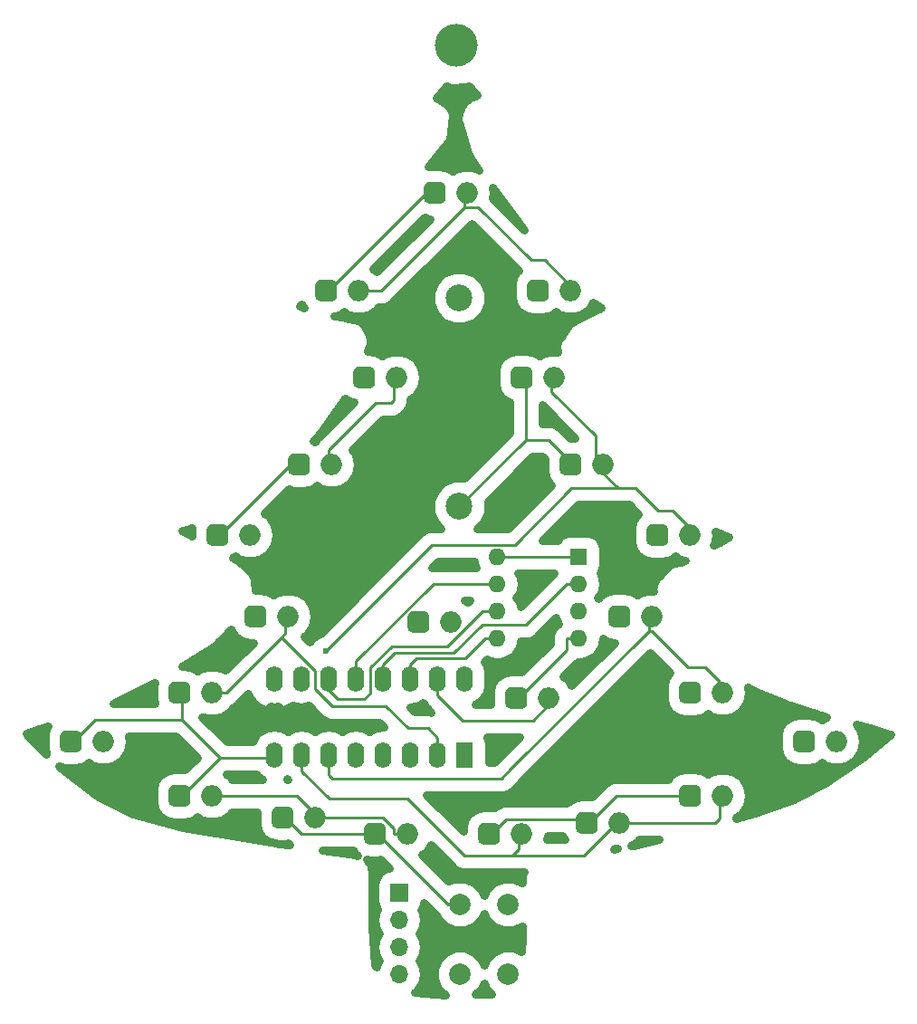
<source format=gbr>
G04 #@! TF.GenerationSoftware,KiCad,Pcbnew,(5.0.0)*
G04 #@! TF.CreationDate,2019-09-06T15:04:35-04:00*
G04 #@! TF.ProjectId,Christmas Tree,4368726973746D617320547265652E6B,rev?*
G04 #@! TF.SameCoordinates,Original*
G04 #@! TF.FileFunction,Copper,L2,Bot,Signal*
G04 #@! TF.FilePolarity,Positive*
%FSLAX46Y46*%
G04 Gerber Fmt 4.6, Leading zero omitted, Abs format (unit mm)*
G04 Created by KiCad (PCBNEW (5.0.0)) date 09/06/19 15:04:35*
%MOMM*%
%LPD*%
G01*
G04 APERTURE LIST*
G04 #@! TA.AperFunction,ComponentPad*
%ADD10C,2.500000*%
G04 #@! TD*
G04 #@! TA.AperFunction,ComponentPad*
%ADD11C,2.000000*%
G04 #@! TD*
G04 #@! TA.AperFunction,ComponentPad*
%ADD12R,1.600000X1.600000*%
G04 #@! TD*
G04 #@! TA.AperFunction,ComponentPad*
%ADD13O,1.600000X1.600000*%
G04 #@! TD*
G04 #@! TA.AperFunction,ComponentPad*
%ADD14C,4.000000*%
G04 #@! TD*
G04 #@! TA.AperFunction,Conductor*
%ADD15C,0.100000*%
G04 #@! TD*
G04 #@! TA.AperFunction,ComponentPad*
%ADD16O,2.000000X2.000000*%
G04 #@! TD*
G04 #@! TA.AperFunction,ComponentPad*
%ADD17R,1.600000X2.400000*%
G04 #@! TD*
G04 #@! TA.AperFunction,ComponentPad*
%ADD18O,1.600000X2.400000*%
G04 #@! TD*
G04 #@! TA.AperFunction,ComponentPad*
%ADD19O,1.700000X1.700000*%
G04 #@! TD*
G04 #@! TA.AperFunction,ComponentPad*
%ADD20R,1.700000X1.700000*%
G04 #@! TD*
G04 #@! TA.AperFunction,ViaPad*
%ADD21C,0.600000*%
G04 #@! TD*
G04 #@! TA.AperFunction,Conductor*
%ADD22C,0.250000*%
G04 #@! TD*
G04 #@! TA.AperFunction,NonConductor*
%ADD23C,0.800000*%
G04 #@! TD*
G04 APERTURE END LIST*
D10*
G04 #@! TO.P,Battery1,1*
G04 #@! TO.N,GND*
X133096000Y-100456000D03*
G04 #@! TO.P,Battery1,2*
G04 #@! TO.N,Net-(Battery1-Pad2)*
X133096000Y-80956000D03*
G04 #@! TD*
D11*
G04 #@! TO.P,BTN1,2*
G04 #@! TO.N,GND*
X133168000Y-137668000D03*
G04 #@! TO.P,BTN1,1*
G04 #@! TO.N,Net-(BTN1-Pad1)*
X137668000Y-137668000D03*
G04 #@! TO.P,BTN1,2*
G04 #@! TO.N,GND*
X133168000Y-144168000D03*
G04 #@! TO.P,BTN1,1*
G04 #@! TO.N,Net-(BTN1-Pad1)*
X137668000Y-144168000D03*
G04 #@! TD*
D12*
G04 #@! TO.P,Tiny85,1*
G04 #@! TO.N,Master_Reset*
X144272000Y-105156000D03*
D13*
G04 #@! TO.P,Tiny85,5*
G04 #@! TO.N,Serial_Data*
X136652000Y-112776000D03*
G04 #@! TO.P,Tiny85,2*
G04 #@! TO.N,Output_Enable*
X144272000Y-107696000D03*
G04 #@! TO.P,Tiny85,6*
G04 #@! TO.N,Serial_Clock*
X136652000Y-110236000D03*
G04 #@! TO.P,Tiny85,3*
G04 #@! TO.N,Net-(BTN1-Pad1)*
X144272000Y-110236000D03*
G04 #@! TO.P,Tiny85,7*
G04 #@! TO.N,Reg_Clock*
X136652000Y-107696000D03*
G04 #@! TO.P,Tiny85,4*
G04 #@! TO.N,GND*
X144272000Y-112776000D03*
G04 #@! TO.P,Tiny85,8*
G04 #@! TO.N,Master_Reset*
X136652000Y-105156000D03*
G04 #@! TD*
D14*
G04 #@! TO.P,HOOK,31*
G04 #@! TO.N,N/C*
X132842000Y-57364000D03*
G04 #@! TD*
D15*
G04 #@! TO.N,GND*
G04 #@! TO.C,D1*
G36*
X125775009Y-130066408D02*
X125823545Y-130073607D01*
X125871142Y-130085530D01*
X125917342Y-130102060D01*
X125961698Y-130123039D01*
X126003785Y-130148265D01*
X126043197Y-130177495D01*
X126079553Y-130210447D01*
X126112505Y-130246803D01*
X126141735Y-130286215D01*
X126166961Y-130328302D01*
X126187940Y-130372658D01*
X126204470Y-130418858D01*
X126216393Y-130466455D01*
X126223592Y-130514991D01*
X126226000Y-130564000D01*
X126226000Y-131564000D01*
X126223592Y-131613009D01*
X126216393Y-131661545D01*
X126204470Y-131709142D01*
X126187940Y-131755342D01*
X126166961Y-131799698D01*
X126141735Y-131841785D01*
X126112505Y-131881197D01*
X126079553Y-131917553D01*
X126043197Y-131950505D01*
X126003785Y-131979735D01*
X125961698Y-132004961D01*
X125917342Y-132025940D01*
X125871142Y-132042470D01*
X125823545Y-132054393D01*
X125775009Y-132061592D01*
X125726000Y-132064000D01*
X124726000Y-132064000D01*
X124676991Y-132061592D01*
X124628455Y-132054393D01*
X124580858Y-132042470D01*
X124534658Y-132025940D01*
X124490302Y-132004961D01*
X124448215Y-131979735D01*
X124408803Y-131950505D01*
X124372447Y-131917553D01*
X124339495Y-131881197D01*
X124310265Y-131841785D01*
X124285039Y-131799698D01*
X124264060Y-131755342D01*
X124247530Y-131709142D01*
X124235607Y-131661545D01*
X124228408Y-131613009D01*
X124226000Y-131564000D01*
X124226000Y-130564000D01*
X124228408Y-130514991D01*
X124235607Y-130466455D01*
X124247530Y-130418858D01*
X124264060Y-130372658D01*
X124285039Y-130328302D01*
X124310265Y-130286215D01*
X124339495Y-130246803D01*
X124372447Y-130210447D01*
X124408803Y-130177495D01*
X124448215Y-130148265D01*
X124490302Y-130123039D01*
X124534658Y-130102060D01*
X124580858Y-130085530D01*
X124628455Y-130073607D01*
X124676991Y-130066408D01*
X124726000Y-130064000D01*
X125726000Y-130064000D01*
X125775009Y-130066408D01*
X125775009Y-130066408D01*
G37*
D11*
G04 #@! TD*
G04 #@! TO.P,D1,1*
G04 #@! TO.N,GND*
X125226000Y-131064000D03*
D16*
G04 #@! TO.P,D1,2*
G04 #@! TO.N,B*
X128266000Y-131064000D03*
G04 #@! TD*
G04 #@! TO.P,D2,2*
G04 #@! TO.N,B*
X119630000Y-129540000D03*
D15*
G04 #@! TD*
G04 #@! TO.N,GND*
G04 #@! TO.C,D2*
G36*
X117139009Y-128542408D02*
X117187545Y-128549607D01*
X117235142Y-128561530D01*
X117281342Y-128578060D01*
X117325698Y-128599039D01*
X117367785Y-128624265D01*
X117407197Y-128653495D01*
X117443553Y-128686447D01*
X117476505Y-128722803D01*
X117505735Y-128762215D01*
X117530961Y-128804302D01*
X117551940Y-128848658D01*
X117568470Y-128894858D01*
X117580393Y-128942455D01*
X117587592Y-128990991D01*
X117590000Y-129040000D01*
X117590000Y-130040000D01*
X117587592Y-130089009D01*
X117580393Y-130137545D01*
X117568470Y-130185142D01*
X117551940Y-130231342D01*
X117530961Y-130275698D01*
X117505735Y-130317785D01*
X117476505Y-130357197D01*
X117443553Y-130393553D01*
X117407197Y-130426505D01*
X117367785Y-130455735D01*
X117325698Y-130480961D01*
X117281342Y-130501940D01*
X117235142Y-130518470D01*
X117187545Y-130530393D01*
X117139009Y-130537592D01*
X117090000Y-130540000D01*
X116090000Y-130540000D01*
X116040991Y-130537592D01*
X115992455Y-130530393D01*
X115944858Y-130518470D01*
X115898658Y-130501940D01*
X115854302Y-130480961D01*
X115812215Y-130455735D01*
X115772803Y-130426505D01*
X115736447Y-130393553D01*
X115703495Y-130357197D01*
X115674265Y-130317785D01*
X115649039Y-130275698D01*
X115628060Y-130231342D01*
X115611530Y-130185142D01*
X115599607Y-130137545D01*
X115592408Y-130089009D01*
X115590000Y-130040000D01*
X115590000Y-129040000D01*
X115592408Y-128990991D01*
X115599607Y-128942455D01*
X115611530Y-128894858D01*
X115628060Y-128848658D01*
X115649039Y-128804302D01*
X115674265Y-128762215D01*
X115703495Y-128722803D01*
X115736447Y-128686447D01*
X115772803Y-128653495D01*
X115812215Y-128624265D01*
X115854302Y-128599039D01*
X115898658Y-128578060D01*
X115944858Y-128561530D01*
X115992455Y-128549607D01*
X116040991Y-128542408D01*
X116090000Y-128540000D01*
X117090000Y-128540000D01*
X117139009Y-128542408D01*
X117139009Y-128542408D01*
G37*
D11*
G04 #@! TO.P,D2,1*
G04 #@! TO.N,GND*
X116590000Y-129540000D03*
G04 #@! TD*
D15*
G04 #@! TO.N,GND*
G04 #@! TO.C,D3*
G36*
X107487009Y-126510408D02*
X107535545Y-126517607D01*
X107583142Y-126529530D01*
X107629342Y-126546060D01*
X107673698Y-126567039D01*
X107715785Y-126592265D01*
X107755197Y-126621495D01*
X107791553Y-126654447D01*
X107824505Y-126690803D01*
X107853735Y-126730215D01*
X107878961Y-126772302D01*
X107899940Y-126816658D01*
X107916470Y-126862858D01*
X107928393Y-126910455D01*
X107935592Y-126958991D01*
X107938000Y-127008000D01*
X107938000Y-128008000D01*
X107935592Y-128057009D01*
X107928393Y-128105545D01*
X107916470Y-128153142D01*
X107899940Y-128199342D01*
X107878961Y-128243698D01*
X107853735Y-128285785D01*
X107824505Y-128325197D01*
X107791553Y-128361553D01*
X107755197Y-128394505D01*
X107715785Y-128423735D01*
X107673698Y-128448961D01*
X107629342Y-128469940D01*
X107583142Y-128486470D01*
X107535545Y-128498393D01*
X107487009Y-128505592D01*
X107438000Y-128508000D01*
X106438000Y-128508000D01*
X106388991Y-128505592D01*
X106340455Y-128498393D01*
X106292858Y-128486470D01*
X106246658Y-128469940D01*
X106202302Y-128448961D01*
X106160215Y-128423735D01*
X106120803Y-128394505D01*
X106084447Y-128361553D01*
X106051495Y-128325197D01*
X106022265Y-128285785D01*
X105997039Y-128243698D01*
X105976060Y-128199342D01*
X105959530Y-128153142D01*
X105947607Y-128105545D01*
X105940408Y-128057009D01*
X105938000Y-128008000D01*
X105938000Y-127008000D01*
X105940408Y-126958991D01*
X105947607Y-126910455D01*
X105959530Y-126862858D01*
X105976060Y-126816658D01*
X105997039Y-126772302D01*
X106022265Y-126730215D01*
X106051495Y-126690803D01*
X106084447Y-126654447D01*
X106120803Y-126621495D01*
X106160215Y-126592265D01*
X106202302Y-126567039D01*
X106246658Y-126546060D01*
X106292858Y-126529530D01*
X106340455Y-126517607D01*
X106388991Y-126510408D01*
X106438000Y-126508000D01*
X107438000Y-126508000D01*
X107487009Y-126510408D01*
X107487009Y-126510408D01*
G37*
D11*
G04 #@! TD*
G04 #@! TO.P,D3,1*
G04 #@! TO.N,GND*
X106938000Y-127508000D03*
D16*
G04 #@! TO.P,D3,2*
G04 #@! TO.N,B*
X109978000Y-127508000D03*
G04 #@! TD*
G04 #@! TO.P,D4,2*
G04 #@! TO.N,C*
X99818000Y-122428000D03*
D15*
G04 #@! TD*
G04 #@! TO.N,GND*
G04 #@! TO.C,D4*
G36*
X97327009Y-121430408D02*
X97375545Y-121437607D01*
X97423142Y-121449530D01*
X97469342Y-121466060D01*
X97513698Y-121487039D01*
X97555785Y-121512265D01*
X97595197Y-121541495D01*
X97631553Y-121574447D01*
X97664505Y-121610803D01*
X97693735Y-121650215D01*
X97718961Y-121692302D01*
X97739940Y-121736658D01*
X97756470Y-121782858D01*
X97768393Y-121830455D01*
X97775592Y-121878991D01*
X97778000Y-121928000D01*
X97778000Y-122928000D01*
X97775592Y-122977009D01*
X97768393Y-123025545D01*
X97756470Y-123073142D01*
X97739940Y-123119342D01*
X97718961Y-123163698D01*
X97693735Y-123205785D01*
X97664505Y-123245197D01*
X97631553Y-123281553D01*
X97595197Y-123314505D01*
X97555785Y-123343735D01*
X97513698Y-123368961D01*
X97469342Y-123389940D01*
X97423142Y-123406470D01*
X97375545Y-123418393D01*
X97327009Y-123425592D01*
X97278000Y-123428000D01*
X96278000Y-123428000D01*
X96228991Y-123425592D01*
X96180455Y-123418393D01*
X96132858Y-123406470D01*
X96086658Y-123389940D01*
X96042302Y-123368961D01*
X96000215Y-123343735D01*
X95960803Y-123314505D01*
X95924447Y-123281553D01*
X95891495Y-123245197D01*
X95862265Y-123205785D01*
X95837039Y-123163698D01*
X95816060Y-123119342D01*
X95799530Y-123073142D01*
X95787607Y-123025545D01*
X95780408Y-122977009D01*
X95778000Y-122928000D01*
X95778000Y-121928000D01*
X95780408Y-121878991D01*
X95787607Y-121830455D01*
X95799530Y-121782858D01*
X95816060Y-121736658D01*
X95837039Y-121692302D01*
X95862265Y-121650215D01*
X95891495Y-121610803D01*
X95924447Y-121574447D01*
X95960803Y-121541495D01*
X96000215Y-121512265D01*
X96042302Y-121487039D01*
X96086658Y-121466060D01*
X96132858Y-121449530D01*
X96180455Y-121437607D01*
X96228991Y-121430408D01*
X96278000Y-121428000D01*
X97278000Y-121428000D01*
X97327009Y-121430408D01*
X97327009Y-121430408D01*
G37*
D11*
G04 #@! TO.P,D4,1*
G04 #@! TO.N,GND*
X96778000Y-122428000D03*
G04 #@! TD*
D15*
G04 #@! TO.N,GND*
G04 #@! TO.C,D5*
G36*
X107487009Y-116858408D02*
X107535545Y-116865607D01*
X107583142Y-116877530D01*
X107629342Y-116894060D01*
X107673698Y-116915039D01*
X107715785Y-116940265D01*
X107755197Y-116969495D01*
X107791553Y-117002447D01*
X107824505Y-117038803D01*
X107853735Y-117078215D01*
X107878961Y-117120302D01*
X107899940Y-117164658D01*
X107916470Y-117210858D01*
X107928393Y-117258455D01*
X107935592Y-117306991D01*
X107938000Y-117356000D01*
X107938000Y-118356000D01*
X107935592Y-118405009D01*
X107928393Y-118453545D01*
X107916470Y-118501142D01*
X107899940Y-118547342D01*
X107878961Y-118591698D01*
X107853735Y-118633785D01*
X107824505Y-118673197D01*
X107791553Y-118709553D01*
X107755197Y-118742505D01*
X107715785Y-118771735D01*
X107673698Y-118796961D01*
X107629342Y-118817940D01*
X107583142Y-118834470D01*
X107535545Y-118846393D01*
X107487009Y-118853592D01*
X107438000Y-118856000D01*
X106438000Y-118856000D01*
X106388991Y-118853592D01*
X106340455Y-118846393D01*
X106292858Y-118834470D01*
X106246658Y-118817940D01*
X106202302Y-118796961D01*
X106160215Y-118771735D01*
X106120803Y-118742505D01*
X106084447Y-118709553D01*
X106051495Y-118673197D01*
X106022265Y-118633785D01*
X105997039Y-118591698D01*
X105976060Y-118547342D01*
X105959530Y-118501142D01*
X105947607Y-118453545D01*
X105940408Y-118405009D01*
X105938000Y-118356000D01*
X105938000Y-117356000D01*
X105940408Y-117306991D01*
X105947607Y-117258455D01*
X105959530Y-117210858D01*
X105976060Y-117164658D01*
X105997039Y-117120302D01*
X106022265Y-117078215D01*
X106051495Y-117038803D01*
X106084447Y-117002447D01*
X106120803Y-116969495D01*
X106160215Y-116940265D01*
X106202302Y-116915039D01*
X106246658Y-116894060D01*
X106292858Y-116877530D01*
X106340455Y-116865607D01*
X106388991Y-116858408D01*
X106438000Y-116856000D01*
X107438000Y-116856000D01*
X107487009Y-116858408D01*
X107487009Y-116858408D01*
G37*
D11*
G04 #@! TD*
G04 #@! TO.P,D5,1*
G04 #@! TO.N,GND*
X106938000Y-117856000D03*
D16*
G04 #@! TO.P,D5,2*
G04 #@! TO.N,C*
X109978000Y-117856000D03*
G04 #@! TD*
G04 #@! TO.P,D6,2*
G04 #@! TO.N,C*
X117090000Y-110744000D03*
D15*
G04 #@! TD*
G04 #@! TO.N,GND*
G04 #@! TO.C,D6*
G36*
X114599009Y-109746408D02*
X114647545Y-109753607D01*
X114695142Y-109765530D01*
X114741342Y-109782060D01*
X114785698Y-109803039D01*
X114827785Y-109828265D01*
X114867197Y-109857495D01*
X114903553Y-109890447D01*
X114936505Y-109926803D01*
X114965735Y-109966215D01*
X114990961Y-110008302D01*
X115011940Y-110052658D01*
X115028470Y-110098858D01*
X115040393Y-110146455D01*
X115047592Y-110194991D01*
X115050000Y-110244000D01*
X115050000Y-111244000D01*
X115047592Y-111293009D01*
X115040393Y-111341545D01*
X115028470Y-111389142D01*
X115011940Y-111435342D01*
X114990961Y-111479698D01*
X114965735Y-111521785D01*
X114936505Y-111561197D01*
X114903553Y-111597553D01*
X114867197Y-111630505D01*
X114827785Y-111659735D01*
X114785698Y-111684961D01*
X114741342Y-111705940D01*
X114695142Y-111722470D01*
X114647545Y-111734393D01*
X114599009Y-111741592D01*
X114550000Y-111744000D01*
X113550000Y-111744000D01*
X113500991Y-111741592D01*
X113452455Y-111734393D01*
X113404858Y-111722470D01*
X113358658Y-111705940D01*
X113314302Y-111684961D01*
X113272215Y-111659735D01*
X113232803Y-111630505D01*
X113196447Y-111597553D01*
X113163495Y-111561197D01*
X113134265Y-111521785D01*
X113109039Y-111479698D01*
X113088060Y-111435342D01*
X113071530Y-111389142D01*
X113059607Y-111341545D01*
X113052408Y-111293009D01*
X113050000Y-111244000D01*
X113050000Y-110244000D01*
X113052408Y-110194991D01*
X113059607Y-110146455D01*
X113071530Y-110098858D01*
X113088060Y-110052658D01*
X113109039Y-110008302D01*
X113134265Y-109966215D01*
X113163495Y-109926803D01*
X113196447Y-109890447D01*
X113232803Y-109857495D01*
X113272215Y-109828265D01*
X113314302Y-109803039D01*
X113358658Y-109782060D01*
X113404858Y-109765530D01*
X113452455Y-109753607D01*
X113500991Y-109746408D01*
X113550000Y-109744000D01*
X114550000Y-109744000D01*
X114599009Y-109746408D01*
X114599009Y-109746408D01*
G37*
D11*
G04 #@! TO.P,D6,1*
G04 #@! TO.N,GND*
X114050000Y-110744000D03*
G04 #@! TD*
D15*
G04 #@! TO.N,GND*
G04 #@! TO.C,D7*
G36*
X111043009Y-102126408D02*
X111091545Y-102133607D01*
X111139142Y-102145530D01*
X111185342Y-102162060D01*
X111229698Y-102183039D01*
X111271785Y-102208265D01*
X111311197Y-102237495D01*
X111347553Y-102270447D01*
X111380505Y-102306803D01*
X111409735Y-102346215D01*
X111434961Y-102388302D01*
X111455940Y-102432658D01*
X111472470Y-102478858D01*
X111484393Y-102526455D01*
X111491592Y-102574991D01*
X111494000Y-102624000D01*
X111494000Y-103624000D01*
X111491592Y-103673009D01*
X111484393Y-103721545D01*
X111472470Y-103769142D01*
X111455940Y-103815342D01*
X111434961Y-103859698D01*
X111409735Y-103901785D01*
X111380505Y-103941197D01*
X111347553Y-103977553D01*
X111311197Y-104010505D01*
X111271785Y-104039735D01*
X111229698Y-104064961D01*
X111185342Y-104085940D01*
X111139142Y-104102470D01*
X111091545Y-104114393D01*
X111043009Y-104121592D01*
X110994000Y-104124000D01*
X109994000Y-104124000D01*
X109944991Y-104121592D01*
X109896455Y-104114393D01*
X109848858Y-104102470D01*
X109802658Y-104085940D01*
X109758302Y-104064961D01*
X109716215Y-104039735D01*
X109676803Y-104010505D01*
X109640447Y-103977553D01*
X109607495Y-103941197D01*
X109578265Y-103901785D01*
X109553039Y-103859698D01*
X109532060Y-103815342D01*
X109515530Y-103769142D01*
X109503607Y-103721545D01*
X109496408Y-103673009D01*
X109494000Y-103624000D01*
X109494000Y-102624000D01*
X109496408Y-102574991D01*
X109503607Y-102526455D01*
X109515530Y-102478858D01*
X109532060Y-102432658D01*
X109553039Y-102388302D01*
X109578265Y-102346215D01*
X109607495Y-102306803D01*
X109640447Y-102270447D01*
X109676803Y-102237495D01*
X109716215Y-102208265D01*
X109758302Y-102183039D01*
X109802658Y-102162060D01*
X109848858Y-102145530D01*
X109896455Y-102133607D01*
X109944991Y-102126408D01*
X109994000Y-102124000D01*
X110994000Y-102124000D01*
X111043009Y-102126408D01*
X111043009Y-102126408D01*
G37*
D11*
G04 #@! TD*
G04 #@! TO.P,D7,1*
G04 #@! TO.N,GND*
X110494000Y-103124000D03*
D16*
G04 #@! TO.P,D7,2*
G04 #@! TO.N,D*
X113534000Y-103124000D03*
G04 #@! TD*
G04 #@! TO.P,D8,2*
G04 #@! TO.N,D*
X121154000Y-96520000D03*
D15*
G04 #@! TD*
G04 #@! TO.N,GND*
G04 #@! TO.C,D8*
G36*
X118663009Y-95522408D02*
X118711545Y-95529607D01*
X118759142Y-95541530D01*
X118805342Y-95558060D01*
X118849698Y-95579039D01*
X118891785Y-95604265D01*
X118931197Y-95633495D01*
X118967553Y-95666447D01*
X119000505Y-95702803D01*
X119029735Y-95742215D01*
X119054961Y-95784302D01*
X119075940Y-95828658D01*
X119092470Y-95874858D01*
X119104393Y-95922455D01*
X119111592Y-95970991D01*
X119114000Y-96020000D01*
X119114000Y-97020000D01*
X119111592Y-97069009D01*
X119104393Y-97117545D01*
X119092470Y-97165142D01*
X119075940Y-97211342D01*
X119054961Y-97255698D01*
X119029735Y-97297785D01*
X119000505Y-97337197D01*
X118967553Y-97373553D01*
X118931197Y-97406505D01*
X118891785Y-97435735D01*
X118849698Y-97460961D01*
X118805342Y-97481940D01*
X118759142Y-97498470D01*
X118711545Y-97510393D01*
X118663009Y-97517592D01*
X118614000Y-97520000D01*
X117614000Y-97520000D01*
X117564991Y-97517592D01*
X117516455Y-97510393D01*
X117468858Y-97498470D01*
X117422658Y-97481940D01*
X117378302Y-97460961D01*
X117336215Y-97435735D01*
X117296803Y-97406505D01*
X117260447Y-97373553D01*
X117227495Y-97337197D01*
X117198265Y-97297785D01*
X117173039Y-97255698D01*
X117152060Y-97211342D01*
X117135530Y-97165142D01*
X117123607Y-97117545D01*
X117116408Y-97069009D01*
X117114000Y-97020000D01*
X117114000Y-96020000D01*
X117116408Y-95970991D01*
X117123607Y-95922455D01*
X117135530Y-95874858D01*
X117152060Y-95828658D01*
X117173039Y-95784302D01*
X117198265Y-95742215D01*
X117227495Y-95702803D01*
X117260447Y-95666447D01*
X117296803Y-95633495D01*
X117336215Y-95604265D01*
X117378302Y-95579039D01*
X117422658Y-95558060D01*
X117468858Y-95541530D01*
X117516455Y-95529607D01*
X117564991Y-95522408D01*
X117614000Y-95520000D01*
X118614000Y-95520000D01*
X118663009Y-95522408D01*
X118663009Y-95522408D01*
G37*
D11*
G04 #@! TO.P,D8,1*
G04 #@! TO.N,GND*
X118114000Y-96520000D03*
G04 #@! TD*
D15*
G04 #@! TO.N,GND*
G04 #@! TO.C,D9*
G36*
X124759009Y-87394408D02*
X124807545Y-87401607D01*
X124855142Y-87413530D01*
X124901342Y-87430060D01*
X124945698Y-87451039D01*
X124987785Y-87476265D01*
X125027197Y-87505495D01*
X125063553Y-87538447D01*
X125096505Y-87574803D01*
X125125735Y-87614215D01*
X125150961Y-87656302D01*
X125171940Y-87700658D01*
X125188470Y-87746858D01*
X125200393Y-87794455D01*
X125207592Y-87842991D01*
X125210000Y-87892000D01*
X125210000Y-88892000D01*
X125207592Y-88941009D01*
X125200393Y-88989545D01*
X125188470Y-89037142D01*
X125171940Y-89083342D01*
X125150961Y-89127698D01*
X125125735Y-89169785D01*
X125096505Y-89209197D01*
X125063553Y-89245553D01*
X125027197Y-89278505D01*
X124987785Y-89307735D01*
X124945698Y-89332961D01*
X124901342Y-89353940D01*
X124855142Y-89370470D01*
X124807545Y-89382393D01*
X124759009Y-89389592D01*
X124710000Y-89392000D01*
X123710000Y-89392000D01*
X123660991Y-89389592D01*
X123612455Y-89382393D01*
X123564858Y-89370470D01*
X123518658Y-89353940D01*
X123474302Y-89332961D01*
X123432215Y-89307735D01*
X123392803Y-89278505D01*
X123356447Y-89245553D01*
X123323495Y-89209197D01*
X123294265Y-89169785D01*
X123269039Y-89127698D01*
X123248060Y-89083342D01*
X123231530Y-89037142D01*
X123219607Y-88989545D01*
X123212408Y-88941009D01*
X123210000Y-88892000D01*
X123210000Y-87892000D01*
X123212408Y-87842991D01*
X123219607Y-87794455D01*
X123231530Y-87746858D01*
X123248060Y-87700658D01*
X123269039Y-87656302D01*
X123294265Y-87614215D01*
X123323495Y-87574803D01*
X123356447Y-87538447D01*
X123392803Y-87505495D01*
X123432215Y-87476265D01*
X123474302Y-87451039D01*
X123518658Y-87430060D01*
X123564858Y-87413530D01*
X123612455Y-87401607D01*
X123660991Y-87394408D01*
X123710000Y-87392000D01*
X124710000Y-87392000D01*
X124759009Y-87394408D01*
X124759009Y-87394408D01*
G37*
D11*
G04 #@! TD*
G04 #@! TO.P,D9,1*
G04 #@! TO.N,GND*
X124210000Y-88392000D03*
D16*
G04 #@! TO.P,D9,2*
G04 #@! TO.N,D*
X127250000Y-88392000D03*
G04 #@! TD*
D15*
G04 #@! TO.N,GND*
G04 #@! TO.C,D10*
G36*
X121203009Y-79266408D02*
X121251545Y-79273607D01*
X121299142Y-79285530D01*
X121345342Y-79302060D01*
X121389698Y-79323039D01*
X121431785Y-79348265D01*
X121471197Y-79377495D01*
X121507553Y-79410447D01*
X121540505Y-79446803D01*
X121569735Y-79486215D01*
X121594961Y-79528302D01*
X121615940Y-79572658D01*
X121632470Y-79618858D01*
X121644393Y-79666455D01*
X121651592Y-79714991D01*
X121654000Y-79764000D01*
X121654000Y-80764000D01*
X121651592Y-80813009D01*
X121644393Y-80861545D01*
X121632470Y-80909142D01*
X121615940Y-80955342D01*
X121594961Y-80999698D01*
X121569735Y-81041785D01*
X121540505Y-81081197D01*
X121507553Y-81117553D01*
X121471197Y-81150505D01*
X121431785Y-81179735D01*
X121389698Y-81204961D01*
X121345342Y-81225940D01*
X121299142Y-81242470D01*
X121251545Y-81254393D01*
X121203009Y-81261592D01*
X121154000Y-81264000D01*
X120154000Y-81264000D01*
X120104991Y-81261592D01*
X120056455Y-81254393D01*
X120008858Y-81242470D01*
X119962658Y-81225940D01*
X119918302Y-81204961D01*
X119876215Y-81179735D01*
X119836803Y-81150505D01*
X119800447Y-81117553D01*
X119767495Y-81081197D01*
X119738265Y-81041785D01*
X119713039Y-80999698D01*
X119692060Y-80955342D01*
X119675530Y-80909142D01*
X119663607Y-80861545D01*
X119656408Y-80813009D01*
X119654000Y-80764000D01*
X119654000Y-79764000D01*
X119656408Y-79714991D01*
X119663607Y-79666455D01*
X119675530Y-79618858D01*
X119692060Y-79572658D01*
X119713039Y-79528302D01*
X119738265Y-79486215D01*
X119767495Y-79446803D01*
X119800447Y-79410447D01*
X119836803Y-79377495D01*
X119876215Y-79348265D01*
X119918302Y-79323039D01*
X119962658Y-79302060D01*
X120008858Y-79285530D01*
X120056455Y-79273607D01*
X120104991Y-79266408D01*
X120154000Y-79264000D01*
X121154000Y-79264000D01*
X121203009Y-79266408D01*
X121203009Y-79266408D01*
G37*
D11*
G04 #@! TD*
G04 #@! TO.P,D10,1*
G04 #@! TO.N,GND*
X120654000Y-80264000D03*
D16*
G04 #@! TO.P,D10,2*
G04 #@! TO.N,E*
X123694000Y-80264000D03*
G04 #@! TD*
G04 #@! TO.P,D11,2*
G04 #@! TO.N,E*
X133854000Y-71120000D03*
D15*
G04 #@! TD*
G04 #@! TO.N,GND*
G04 #@! TO.C,D11*
G36*
X131363009Y-70122408D02*
X131411545Y-70129607D01*
X131459142Y-70141530D01*
X131505342Y-70158060D01*
X131549698Y-70179039D01*
X131591785Y-70204265D01*
X131631197Y-70233495D01*
X131667553Y-70266447D01*
X131700505Y-70302803D01*
X131729735Y-70342215D01*
X131754961Y-70384302D01*
X131775940Y-70428658D01*
X131792470Y-70474858D01*
X131804393Y-70522455D01*
X131811592Y-70570991D01*
X131814000Y-70620000D01*
X131814000Y-71620000D01*
X131811592Y-71669009D01*
X131804393Y-71717545D01*
X131792470Y-71765142D01*
X131775940Y-71811342D01*
X131754961Y-71855698D01*
X131729735Y-71897785D01*
X131700505Y-71937197D01*
X131667553Y-71973553D01*
X131631197Y-72006505D01*
X131591785Y-72035735D01*
X131549698Y-72060961D01*
X131505342Y-72081940D01*
X131459142Y-72098470D01*
X131411545Y-72110393D01*
X131363009Y-72117592D01*
X131314000Y-72120000D01*
X130314000Y-72120000D01*
X130264991Y-72117592D01*
X130216455Y-72110393D01*
X130168858Y-72098470D01*
X130122658Y-72081940D01*
X130078302Y-72060961D01*
X130036215Y-72035735D01*
X129996803Y-72006505D01*
X129960447Y-71973553D01*
X129927495Y-71937197D01*
X129898265Y-71897785D01*
X129873039Y-71855698D01*
X129852060Y-71811342D01*
X129835530Y-71765142D01*
X129823607Y-71717545D01*
X129816408Y-71669009D01*
X129814000Y-71620000D01*
X129814000Y-70620000D01*
X129816408Y-70570991D01*
X129823607Y-70522455D01*
X129835530Y-70474858D01*
X129852060Y-70428658D01*
X129873039Y-70384302D01*
X129898265Y-70342215D01*
X129927495Y-70302803D01*
X129960447Y-70266447D01*
X129996803Y-70233495D01*
X130036215Y-70204265D01*
X130078302Y-70179039D01*
X130122658Y-70158060D01*
X130168858Y-70141530D01*
X130216455Y-70129607D01*
X130264991Y-70122408D01*
X130314000Y-70120000D01*
X131314000Y-70120000D01*
X131363009Y-70122408D01*
X131363009Y-70122408D01*
G37*
D11*
G04 #@! TO.P,D11,1*
G04 #@! TO.N,GND*
X130814000Y-71120000D03*
G04 #@! TD*
D15*
G04 #@! TO.N,GND*
G04 #@! TO.C,D12*
G36*
X141015009Y-79266408D02*
X141063545Y-79273607D01*
X141111142Y-79285530D01*
X141157342Y-79302060D01*
X141201698Y-79323039D01*
X141243785Y-79348265D01*
X141283197Y-79377495D01*
X141319553Y-79410447D01*
X141352505Y-79446803D01*
X141381735Y-79486215D01*
X141406961Y-79528302D01*
X141427940Y-79572658D01*
X141444470Y-79618858D01*
X141456393Y-79666455D01*
X141463592Y-79714991D01*
X141466000Y-79764000D01*
X141466000Y-80764000D01*
X141463592Y-80813009D01*
X141456393Y-80861545D01*
X141444470Y-80909142D01*
X141427940Y-80955342D01*
X141406961Y-80999698D01*
X141381735Y-81041785D01*
X141352505Y-81081197D01*
X141319553Y-81117553D01*
X141283197Y-81150505D01*
X141243785Y-81179735D01*
X141201698Y-81204961D01*
X141157342Y-81225940D01*
X141111142Y-81242470D01*
X141063545Y-81254393D01*
X141015009Y-81261592D01*
X140966000Y-81264000D01*
X139966000Y-81264000D01*
X139916991Y-81261592D01*
X139868455Y-81254393D01*
X139820858Y-81242470D01*
X139774658Y-81225940D01*
X139730302Y-81204961D01*
X139688215Y-81179735D01*
X139648803Y-81150505D01*
X139612447Y-81117553D01*
X139579495Y-81081197D01*
X139550265Y-81041785D01*
X139525039Y-80999698D01*
X139504060Y-80955342D01*
X139487530Y-80909142D01*
X139475607Y-80861545D01*
X139468408Y-80813009D01*
X139466000Y-80764000D01*
X139466000Y-79764000D01*
X139468408Y-79714991D01*
X139475607Y-79666455D01*
X139487530Y-79618858D01*
X139504060Y-79572658D01*
X139525039Y-79528302D01*
X139550265Y-79486215D01*
X139579495Y-79446803D01*
X139612447Y-79410447D01*
X139648803Y-79377495D01*
X139688215Y-79348265D01*
X139730302Y-79323039D01*
X139774658Y-79302060D01*
X139820858Y-79285530D01*
X139868455Y-79273607D01*
X139916991Y-79266408D01*
X139966000Y-79264000D01*
X140966000Y-79264000D01*
X141015009Y-79266408D01*
X141015009Y-79266408D01*
G37*
D11*
G04 #@! TD*
G04 #@! TO.P,D12,1*
G04 #@! TO.N,GND*
X140466000Y-80264000D03*
D16*
G04 #@! TO.P,D12,2*
G04 #@! TO.N,E*
X143506000Y-80264000D03*
G04 #@! TD*
G04 #@! TO.P,D13,2*
G04 #@! TO.N,F*
X141982000Y-88392000D03*
D15*
G04 #@! TD*
G04 #@! TO.N,GND*
G04 #@! TO.C,D13*
G36*
X139491009Y-87394408D02*
X139539545Y-87401607D01*
X139587142Y-87413530D01*
X139633342Y-87430060D01*
X139677698Y-87451039D01*
X139719785Y-87476265D01*
X139759197Y-87505495D01*
X139795553Y-87538447D01*
X139828505Y-87574803D01*
X139857735Y-87614215D01*
X139882961Y-87656302D01*
X139903940Y-87700658D01*
X139920470Y-87746858D01*
X139932393Y-87794455D01*
X139939592Y-87842991D01*
X139942000Y-87892000D01*
X139942000Y-88892000D01*
X139939592Y-88941009D01*
X139932393Y-88989545D01*
X139920470Y-89037142D01*
X139903940Y-89083342D01*
X139882961Y-89127698D01*
X139857735Y-89169785D01*
X139828505Y-89209197D01*
X139795553Y-89245553D01*
X139759197Y-89278505D01*
X139719785Y-89307735D01*
X139677698Y-89332961D01*
X139633342Y-89353940D01*
X139587142Y-89370470D01*
X139539545Y-89382393D01*
X139491009Y-89389592D01*
X139442000Y-89392000D01*
X138442000Y-89392000D01*
X138392991Y-89389592D01*
X138344455Y-89382393D01*
X138296858Y-89370470D01*
X138250658Y-89353940D01*
X138206302Y-89332961D01*
X138164215Y-89307735D01*
X138124803Y-89278505D01*
X138088447Y-89245553D01*
X138055495Y-89209197D01*
X138026265Y-89169785D01*
X138001039Y-89127698D01*
X137980060Y-89083342D01*
X137963530Y-89037142D01*
X137951607Y-88989545D01*
X137944408Y-88941009D01*
X137942000Y-88892000D01*
X137942000Y-87892000D01*
X137944408Y-87842991D01*
X137951607Y-87794455D01*
X137963530Y-87746858D01*
X137980060Y-87700658D01*
X138001039Y-87656302D01*
X138026265Y-87614215D01*
X138055495Y-87574803D01*
X138088447Y-87538447D01*
X138124803Y-87505495D01*
X138164215Y-87476265D01*
X138206302Y-87451039D01*
X138250658Y-87430060D01*
X138296858Y-87413530D01*
X138344455Y-87401607D01*
X138392991Y-87394408D01*
X138442000Y-87392000D01*
X139442000Y-87392000D01*
X139491009Y-87394408D01*
X139491009Y-87394408D01*
G37*
D11*
G04 #@! TO.P,D13,1*
G04 #@! TO.N,GND*
X138942000Y-88392000D03*
G04 #@! TD*
D15*
G04 #@! TO.N,GND*
G04 #@! TO.C,D14*
G36*
X144063009Y-95522408D02*
X144111545Y-95529607D01*
X144159142Y-95541530D01*
X144205342Y-95558060D01*
X144249698Y-95579039D01*
X144291785Y-95604265D01*
X144331197Y-95633495D01*
X144367553Y-95666447D01*
X144400505Y-95702803D01*
X144429735Y-95742215D01*
X144454961Y-95784302D01*
X144475940Y-95828658D01*
X144492470Y-95874858D01*
X144504393Y-95922455D01*
X144511592Y-95970991D01*
X144514000Y-96020000D01*
X144514000Y-97020000D01*
X144511592Y-97069009D01*
X144504393Y-97117545D01*
X144492470Y-97165142D01*
X144475940Y-97211342D01*
X144454961Y-97255698D01*
X144429735Y-97297785D01*
X144400505Y-97337197D01*
X144367553Y-97373553D01*
X144331197Y-97406505D01*
X144291785Y-97435735D01*
X144249698Y-97460961D01*
X144205342Y-97481940D01*
X144159142Y-97498470D01*
X144111545Y-97510393D01*
X144063009Y-97517592D01*
X144014000Y-97520000D01*
X143014000Y-97520000D01*
X142964991Y-97517592D01*
X142916455Y-97510393D01*
X142868858Y-97498470D01*
X142822658Y-97481940D01*
X142778302Y-97460961D01*
X142736215Y-97435735D01*
X142696803Y-97406505D01*
X142660447Y-97373553D01*
X142627495Y-97337197D01*
X142598265Y-97297785D01*
X142573039Y-97255698D01*
X142552060Y-97211342D01*
X142535530Y-97165142D01*
X142523607Y-97117545D01*
X142516408Y-97069009D01*
X142514000Y-97020000D01*
X142514000Y-96020000D01*
X142516408Y-95970991D01*
X142523607Y-95922455D01*
X142535530Y-95874858D01*
X142552060Y-95828658D01*
X142573039Y-95784302D01*
X142598265Y-95742215D01*
X142627495Y-95702803D01*
X142660447Y-95666447D01*
X142696803Y-95633495D01*
X142736215Y-95604265D01*
X142778302Y-95579039D01*
X142822658Y-95558060D01*
X142868858Y-95541530D01*
X142916455Y-95529607D01*
X142964991Y-95522408D01*
X143014000Y-95520000D01*
X144014000Y-95520000D01*
X144063009Y-95522408D01*
X144063009Y-95522408D01*
G37*
D11*
G04 #@! TD*
G04 #@! TO.P,D14,1*
G04 #@! TO.N,GND*
X143514000Y-96520000D03*
D16*
G04 #@! TO.P,D14,2*
G04 #@! TO.N,F*
X146554000Y-96520000D03*
G04 #@! TD*
G04 #@! TO.P,D15,2*
G04 #@! TO.N,F*
X154682000Y-103124000D03*
D15*
G04 #@! TD*
G04 #@! TO.N,GND*
G04 #@! TO.C,D15*
G36*
X152191009Y-102126408D02*
X152239545Y-102133607D01*
X152287142Y-102145530D01*
X152333342Y-102162060D01*
X152377698Y-102183039D01*
X152419785Y-102208265D01*
X152459197Y-102237495D01*
X152495553Y-102270447D01*
X152528505Y-102306803D01*
X152557735Y-102346215D01*
X152582961Y-102388302D01*
X152603940Y-102432658D01*
X152620470Y-102478858D01*
X152632393Y-102526455D01*
X152639592Y-102574991D01*
X152642000Y-102624000D01*
X152642000Y-103624000D01*
X152639592Y-103673009D01*
X152632393Y-103721545D01*
X152620470Y-103769142D01*
X152603940Y-103815342D01*
X152582961Y-103859698D01*
X152557735Y-103901785D01*
X152528505Y-103941197D01*
X152495553Y-103977553D01*
X152459197Y-104010505D01*
X152419785Y-104039735D01*
X152377698Y-104064961D01*
X152333342Y-104085940D01*
X152287142Y-104102470D01*
X152239545Y-104114393D01*
X152191009Y-104121592D01*
X152142000Y-104124000D01*
X151142000Y-104124000D01*
X151092991Y-104121592D01*
X151044455Y-104114393D01*
X150996858Y-104102470D01*
X150950658Y-104085940D01*
X150906302Y-104064961D01*
X150864215Y-104039735D01*
X150824803Y-104010505D01*
X150788447Y-103977553D01*
X150755495Y-103941197D01*
X150726265Y-103901785D01*
X150701039Y-103859698D01*
X150680060Y-103815342D01*
X150663530Y-103769142D01*
X150651607Y-103721545D01*
X150644408Y-103673009D01*
X150642000Y-103624000D01*
X150642000Y-102624000D01*
X150644408Y-102574991D01*
X150651607Y-102526455D01*
X150663530Y-102478858D01*
X150680060Y-102432658D01*
X150701039Y-102388302D01*
X150726265Y-102346215D01*
X150755495Y-102306803D01*
X150788447Y-102270447D01*
X150824803Y-102237495D01*
X150864215Y-102208265D01*
X150906302Y-102183039D01*
X150950658Y-102162060D01*
X150996858Y-102145530D01*
X151044455Y-102133607D01*
X151092991Y-102126408D01*
X151142000Y-102124000D01*
X152142000Y-102124000D01*
X152191009Y-102126408D01*
X152191009Y-102126408D01*
G37*
D11*
G04 #@! TO.P,D15,1*
G04 #@! TO.N,GND*
X151642000Y-103124000D03*
G04 #@! TD*
D15*
G04 #@! TO.N,GND*
G04 #@! TO.C,D16*
G36*
X148635009Y-109746408D02*
X148683545Y-109753607D01*
X148731142Y-109765530D01*
X148777342Y-109782060D01*
X148821698Y-109803039D01*
X148863785Y-109828265D01*
X148903197Y-109857495D01*
X148939553Y-109890447D01*
X148972505Y-109926803D01*
X149001735Y-109966215D01*
X149026961Y-110008302D01*
X149047940Y-110052658D01*
X149064470Y-110098858D01*
X149076393Y-110146455D01*
X149083592Y-110194991D01*
X149086000Y-110244000D01*
X149086000Y-111244000D01*
X149083592Y-111293009D01*
X149076393Y-111341545D01*
X149064470Y-111389142D01*
X149047940Y-111435342D01*
X149026961Y-111479698D01*
X149001735Y-111521785D01*
X148972505Y-111561197D01*
X148939553Y-111597553D01*
X148903197Y-111630505D01*
X148863785Y-111659735D01*
X148821698Y-111684961D01*
X148777342Y-111705940D01*
X148731142Y-111722470D01*
X148683545Y-111734393D01*
X148635009Y-111741592D01*
X148586000Y-111744000D01*
X147586000Y-111744000D01*
X147536991Y-111741592D01*
X147488455Y-111734393D01*
X147440858Y-111722470D01*
X147394658Y-111705940D01*
X147350302Y-111684961D01*
X147308215Y-111659735D01*
X147268803Y-111630505D01*
X147232447Y-111597553D01*
X147199495Y-111561197D01*
X147170265Y-111521785D01*
X147145039Y-111479698D01*
X147124060Y-111435342D01*
X147107530Y-111389142D01*
X147095607Y-111341545D01*
X147088408Y-111293009D01*
X147086000Y-111244000D01*
X147086000Y-110244000D01*
X147088408Y-110194991D01*
X147095607Y-110146455D01*
X147107530Y-110098858D01*
X147124060Y-110052658D01*
X147145039Y-110008302D01*
X147170265Y-109966215D01*
X147199495Y-109926803D01*
X147232447Y-109890447D01*
X147268803Y-109857495D01*
X147308215Y-109828265D01*
X147350302Y-109803039D01*
X147394658Y-109782060D01*
X147440858Y-109765530D01*
X147488455Y-109753607D01*
X147536991Y-109746408D01*
X147586000Y-109744000D01*
X148586000Y-109744000D01*
X148635009Y-109746408D01*
X148635009Y-109746408D01*
G37*
D11*
G04 #@! TD*
G04 #@! TO.P,D16,1*
G04 #@! TO.N,GND*
X148086000Y-110744000D03*
D16*
G04 #@! TO.P,D16,2*
G04 #@! TO.N,G*
X151126000Y-110744000D03*
G04 #@! TD*
G04 #@! TO.P,D17,2*
G04 #@! TO.N,G*
X157730000Y-117856000D03*
D15*
G04 #@! TD*
G04 #@! TO.N,GND*
G04 #@! TO.C,D17*
G36*
X155239009Y-116858408D02*
X155287545Y-116865607D01*
X155335142Y-116877530D01*
X155381342Y-116894060D01*
X155425698Y-116915039D01*
X155467785Y-116940265D01*
X155507197Y-116969495D01*
X155543553Y-117002447D01*
X155576505Y-117038803D01*
X155605735Y-117078215D01*
X155630961Y-117120302D01*
X155651940Y-117164658D01*
X155668470Y-117210858D01*
X155680393Y-117258455D01*
X155687592Y-117306991D01*
X155690000Y-117356000D01*
X155690000Y-118356000D01*
X155687592Y-118405009D01*
X155680393Y-118453545D01*
X155668470Y-118501142D01*
X155651940Y-118547342D01*
X155630961Y-118591698D01*
X155605735Y-118633785D01*
X155576505Y-118673197D01*
X155543553Y-118709553D01*
X155507197Y-118742505D01*
X155467785Y-118771735D01*
X155425698Y-118796961D01*
X155381342Y-118817940D01*
X155335142Y-118834470D01*
X155287545Y-118846393D01*
X155239009Y-118853592D01*
X155190000Y-118856000D01*
X154190000Y-118856000D01*
X154140991Y-118853592D01*
X154092455Y-118846393D01*
X154044858Y-118834470D01*
X153998658Y-118817940D01*
X153954302Y-118796961D01*
X153912215Y-118771735D01*
X153872803Y-118742505D01*
X153836447Y-118709553D01*
X153803495Y-118673197D01*
X153774265Y-118633785D01*
X153749039Y-118591698D01*
X153728060Y-118547342D01*
X153711530Y-118501142D01*
X153699607Y-118453545D01*
X153692408Y-118405009D01*
X153690000Y-118356000D01*
X153690000Y-117356000D01*
X153692408Y-117306991D01*
X153699607Y-117258455D01*
X153711530Y-117210858D01*
X153728060Y-117164658D01*
X153749039Y-117120302D01*
X153774265Y-117078215D01*
X153803495Y-117038803D01*
X153836447Y-117002447D01*
X153872803Y-116969495D01*
X153912215Y-116940265D01*
X153954302Y-116915039D01*
X153998658Y-116894060D01*
X154044858Y-116877530D01*
X154092455Y-116865607D01*
X154140991Y-116858408D01*
X154190000Y-116856000D01*
X155190000Y-116856000D01*
X155239009Y-116858408D01*
X155239009Y-116858408D01*
G37*
D11*
G04 #@! TO.P,D17,1*
G04 #@! TO.N,GND*
X154690000Y-117856000D03*
G04 #@! TD*
D15*
G04 #@! TO.N,GND*
G04 #@! TO.C,D18*
G36*
X165907009Y-121430408D02*
X165955545Y-121437607D01*
X166003142Y-121449530D01*
X166049342Y-121466060D01*
X166093698Y-121487039D01*
X166135785Y-121512265D01*
X166175197Y-121541495D01*
X166211553Y-121574447D01*
X166244505Y-121610803D01*
X166273735Y-121650215D01*
X166298961Y-121692302D01*
X166319940Y-121736658D01*
X166336470Y-121782858D01*
X166348393Y-121830455D01*
X166355592Y-121878991D01*
X166358000Y-121928000D01*
X166358000Y-122928000D01*
X166355592Y-122977009D01*
X166348393Y-123025545D01*
X166336470Y-123073142D01*
X166319940Y-123119342D01*
X166298961Y-123163698D01*
X166273735Y-123205785D01*
X166244505Y-123245197D01*
X166211553Y-123281553D01*
X166175197Y-123314505D01*
X166135785Y-123343735D01*
X166093698Y-123368961D01*
X166049342Y-123389940D01*
X166003142Y-123406470D01*
X165955545Y-123418393D01*
X165907009Y-123425592D01*
X165858000Y-123428000D01*
X164858000Y-123428000D01*
X164808991Y-123425592D01*
X164760455Y-123418393D01*
X164712858Y-123406470D01*
X164666658Y-123389940D01*
X164622302Y-123368961D01*
X164580215Y-123343735D01*
X164540803Y-123314505D01*
X164504447Y-123281553D01*
X164471495Y-123245197D01*
X164442265Y-123205785D01*
X164417039Y-123163698D01*
X164396060Y-123119342D01*
X164379530Y-123073142D01*
X164367607Y-123025545D01*
X164360408Y-122977009D01*
X164358000Y-122928000D01*
X164358000Y-121928000D01*
X164360408Y-121878991D01*
X164367607Y-121830455D01*
X164379530Y-121782858D01*
X164396060Y-121736658D01*
X164417039Y-121692302D01*
X164442265Y-121650215D01*
X164471495Y-121610803D01*
X164504447Y-121574447D01*
X164540803Y-121541495D01*
X164580215Y-121512265D01*
X164622302Y-121487039D01*
X164666658Y-121466060D01*
X164712858Y-121449530D01*
X164760455Y-121437607D01*
X164808991Y-121430408D01*
X164858000Y-121428000D01*
X165858000Y-121428000D01*
X165907009Y-121430408D01*
X165907009Y-121430408D01*
G37*
D11*
G04 #@! TD*
G04 #@! TO.P,D18,1*
G04 #@! TO.N,GND*
X165358000Y-122428000D03*
D16*
G04 #@! TO.P,D18,2*
G04 #@! TO.N,G*
X168398000Y-122428000D03*
G04 #@! TD*
G04 #@! TO.P,D19,2*
G04 #@! TO.N,H*
X157730000Y-127508000D03*
D15*
G04 #@! TD*
G04 #@! TO.N,GND*
G04 #@! TO.C,D19*
G36*
X155239009Y-126510408D02*
X155287545Y-126517607D01*
X155335142Y-126529530D01*
X155381342Y-126546060D01*
X155425698Y-126567039D01*
X155467785Y-126592265D01*
X155507197Y-126621495D01*
X155543553Y-126654447D01*
X155576505Y-126690803D01*
X155605735Y-126730215D01*
X155630961Y-126772302D01*
X155651940Y-126816658D01*
X155668470Y-126862858D01*
X155680393Y-126910455D01*
X155687592Y-126958991D01*
X155690000Y-127008000D01*
X155690000Y-128008000D01*
X155687592Y-128057009D01*
X155680393Y-128105545D01*
X155668470Y-128153142D01*
X155651940Y-128199342D01*
X155630961Y-128243698D01*
X155605735Y-128285785D01*
X155576505Y-128325197D01*
X155543553Y-128361553D01*
X155507197Y-128394505D01*
X155467785Y-128423735D01*
X155425698Y-128448961D01*
X155381342Y-128469940D01*
X155335142Y-128486470D01*
X155287545Y-128498393D01*
X155239009Y-128505592D01*
X155190000Y-128508000D01*
X154190000Y-128508000D01*
X154140991Y-128505592D01*
X154092455Y-128498393D01*
X154044858Y-128486470D01*
X153998658Y-128469940D01*
X153954302Y-128448961D01*
X153912215Y-128423735D01*
X153872803Y-128394505D01*
X153836447Y-128361553D01*
X153803495Y-128325197D01*
X153774265Y-128285785D01*
X153749039Y-128243698D01*
X153728060Y-128199342D01*
X153711530Y-128153142D01*
X153699607Y-128105545D01*
X153692408Y-128057009D01*
X153690000Y-128008000D01*
X153690000Y-127008000D01*
X153692408Y-126958991D01*
X153699607Y-126910455D01*
X153711530Y-126862858D01*
X153728060Y-126816658D01*
X153749039Y-126772302D01*
X153774265Y-126730215D01*
X153803495Y-126690803D01*
X153836447Y-126654447D01*
X153872803Y-126621495D01*
X153912215Y-126592265D01*
X153954302Y-126567039D01*
X153998658Y-126546060D01*
X154044858Y-126529530D01*
X154092455Y-126517607D01*
X154140991Y-126510408D01*
X154190000Y-126508000D01*
X155190000Y-126508000D01*
X155239009Y-126510408D01*
X155239009Y-126510408D01*
G37*
D11*
G04 #@! TO.P,D19,1*
G04 #@! TO.N,GND*
X154690000Y-127508000D03*
G04 #@! TD*
D15*
G04 #@! TO.N,GND*
G04 #@! TO.C,D20*
G36*
X145587009Y-129050408D02*
X145635545Y-129057607D01*
X145683142Y-129069530D01*
X145729342Y-129086060D01*
X145773698Y-129107039D01*
X145815785Y-129132265D01*
X145855197Y-129161495D01*
X145891553Y-129194447D01*
X145924505Y-129230803D01*
X145953735Y-129270215D01*
X145978961Y-129312302D01*
X145999940Y-129356658D01*
X146016470Y-129402858D01*
X146028393Y-129450455D01*
X146035592Y-129498991D01*
X146038000Y-129548000D01*
X146038000Y-130548000D01*
X146035592Y-130597009D01*
X146028393Y-130645545D01*
X146016470Y-130693142D01*
X145999940Y-130739342D01*
X145978961Y-130783698D01*
X145953735Y-130825785D01*
X145924505Y-130865197D01*
X145891553Y-130901553D01*
X145855197Y-130934505D01*
X145815785Y-130963735D01*
X145773698Y-130988961D01*
X145729342Y-131009940D01*
X145683142Y-131026470D01*
X145635545Y-131038393D01*
X145587009Y-131045592D01*
X145538000Y-131048000D01*
X144538000Y-131048000D01*
X144488991Y-131045592D01*
X144440455Y-131038393D01*
X144392858Y-131026470D01*
X144346658Y-131009940D01*
X144302302Y-130988961D01*
X144260215Y-130963735D01*
X144220803Y-130934505D01*
X144184447Y-130901553D01*
X144151495Y-130865197D01*
X144122265Y-130825785D01*
X144097039Y-130783698D01*
X144076060Y-130739342D01*
X144059530Y-130693142D01*
X144047607Y-130645545D01*
X144040408Y-130597009D01*
X144038000Y-130548000D01*
X144038000Y-129548000D01*
X144040408Y-129498991D01*
X144047607Y-129450455D01*
X144059530Y-129402858D01*
X144076060Y-129356658D01*
X144097039Y-129312302D01*
X144122265Y-129270215D01*
X144151495Y-129230803D01*
X144184447Y-129194447D01*
X144220803Y-129161495D01*
X144260215Y-129132265D01*
X144302302Y-129107039D01*
X144346658Y-129086060D01*
X144392858Y-129069530D01*
X144440455Y-129057607D01*
X144488991Y-129050408D01*
X144538000Y-129048000D01*
X145538000Y-129048000D01*
X145587009Y-129050408D01*
X145587009Y-129050408D01*
G37*
D11*
G04 #@! TD*
G04 #@! TO.P,D20,1*
G04 #@! TO.N,GND*
X145038000Y-130048000D03*
D16*
G04 #@! TO.P,D20,2*
G04 #@! TO.N,H*
X148078000Y-130048000D03*
G04 #@! TD*
G04 #@! TO.P,D21,2*
G04 #@! TO.N,H*
X138934000Y-131064000D03*
D15*
G04 #@! TD*
G04 #@! TO.N,GND*
G04 #@! TO.C,D21*
G36*
X136443009Y-130066408D02*
X136491545Y-130073607D01*
X136539142Y-130085530D01*
X136585342Y-130102060D01*
X136629698Y-130123039D01*
X136671785Y-130148265D01*
X136711197Y-130177495D01*
X136747553Y-130210447D01*
X136780505Y-130246803D01*
X136809735Y-130286215D01*
X136834961Y-130328302D01*
X136855940Y-130372658D01*
X136872470Y-130418858D01*
X136884393Y-130466455D01*
X136891592Y-130514991D01*
X136894000Y-130564000D01*
X136894000Y-131564000D01*
X136891592Y-131613009D01*
X136884393Y-131661545D01*
X136872470Y-131709142D01*
X136855940Y-131755342D01*
X136834961Y-131799698D01*
X136809735Y-131841785D01*
X136780505Y-131881197D01*
X136747553Y-131917553D01*
X136711197Y-131950505D01*
X136671785Y-131979735D01*
X136629698Y-132004961D01*
X136585342Y-132025940D01*
X136539142Y-132042470D01*
X136491545Y-132054393D01*
X136443009Y-132061592D01*
X136394000Y-132064000D01*
X135394000Y-132064000D01*
X135344991Y-132061592D01*
X135296455Y-132054393D01*
X135248858Y-132042470D01*
X135202658Y-132025940D01*
X135158302Y-132004961D01*
X135116215Y-131979735D01*
X135076803Y-131950505D01*
X135040447Y-131917553D01*
X135007495Y-131881197D01*
X134978265Y-131841785D01*
X134953039Y-131799698D01*
X134932060Y-131755342D01*
X134915530Y-131709142D01*
X134903607Y-131661545D01*
X134896408Y-131613009D01*
X134894000Y-131564000D01*
X134894000Y-130564000D01*
X134896408Y-130514991D01*
X134903607Y-130466455D01*
X134915530Y-130418858D01*
X134932060Y-130372658D01*
X134953039Y-130328302D01*
X134978265Y-130286215D01*
X135007495Y-130246803D01*
X135040447Y-130210447D01*
X135076803Y-130177495D01*
X135116215Y-130148265D01*
X135158302Y-130123039D01*
X135202658Y-130102060D01*
X135248858Y-130085530D01*
X135296455Y-130073607D01*
X135344991Y-130066408D01*
X135394000Y-130064000D01*
X136394000Y-130064000D01*
X136443009Y-130066408D01*
X136443009Y-130066408D01*
G37*
D11*
G04 #@! TO.P,D21,1*
G04 #@! TO.N,GND*
X135894000Y-131064000D03*
G04 #@! TD*
D16*
G04 #@! TO.P,D22,2*
G04 #@! TO.N,A*
X141474000Y-118364000D03*
D15*
G04 #@! TD*
G04 #@! TO.N,GND*
G04 #@! TO.C,D22*
G36*
X138983009Y-117366408D02*
X139031545Y-117373607D01*
X139079142Y-117385530D01*
X139125342Y-117402060D01*
X139169698Y-117423039D01*
X139211785Y-117448265D01*
X139251197Y-117477495D01*
X139287553Y-117510447D01*
X139320505Y-117546803D01*
X139349735Y-117586215D01*
X139374961Y-117628302D01*
X139395940Y-117672658D01*
X139412470Y-117718858D01*
X139424393Y-117766455D01*
X139431592Y-117814991D01*
X139434000Y-117864000D01*
X139434000Y-118864000D01*
X139431592Y-118913009D01*
X139424393Y-118961545D01*
X139412470Y-119009142D01*
X139395940Y-119055342D01*
X139374961Y-119099698D01*
X139349735Y-119141785D01*
X139320505Y-119181197D01*
X139287553Y-119217553D01*
X139251197Y-119250505D01*
X139211785Y-119279735D01*
X139169698Y-119304961D01*
X139125342Y-119325940D01*
X139079142Y-119342470D01*
X139031545Y-119354393D01*
X138983009Y-119361592D01*
X138934000Y-119364000D01*
X137934000Y-119364000D01*
X137884991Y-119361592D01*
X137836455Y-119354393D01*
X137788858Y-119342470D01*
X137742658Y-119325940D01*
X137698302Y-119304961D01*
X137656215Y-119279735D01*
X137616803Y-119250505D01*
X137580447Y-119217553D01*
X137547495Y-119181197D01*
X137518265Y-119141785D01*
X137493039Y-119099698D01*
X137472060Y-119055342D01*
X137455530Y-119009142D01*
X137443607Y-118961545D01*
X137436408Y-118913009D01*
X137434000Y-118864000D01*
X137434000Y-117864000D01*
X137436408Y-117814991D01*
X137443607Y-117766455D01*
X137455530Y-117718858D01*
X137472060Y-117672658D01*
X137493039Y-117628302D01*
X137518265Y-117586215D01*
X137547495Y-117546803D01*
X137580447Y-117510447D01*
X137616803Y-117477495D01*
X137656215Y-117448265D01*
X137698302Y-117423039D01*
X137742658Y-117402060D01*
X137788858Y-117385530D01*
X137836455Y-117373607D01*
X137884991Y-117366408D01*
X137934000Y-117364000D01*
X138934000Y-117364000D01*
X138983009Y-117366408D01*
X138983009Y-117366408D01*
G37*
D11*
G04 #@! TO.P,D22,1*
G04 #@! TO.N,GND*
X138434000Y-118364000D03*
G04 #@! TD*
D15*
G04 #@! TO.N,GND*
G04 #@! TO.C,D23*
G36*
X129839009Y-110254408D02*
X129887545Y-110261607D01*
X129935142Y-110273530D01*
X129981342Y-110290060D01*
X130025698Y-110311039D01*
X130067785Y-110336265D01*
X130107197Y-110365495D01*
X130143553Y-110398447D01*
X130176505Y-110434803D01*
X130205735Y-110474215D01*
X130230961Y-110516302D01*
X130251940Y-110560658D01*
X130268470Y-110606858D01*
X130280393Y-110654455D01*
X130287592Y-110702991D01*
X130290000Y-110752000D01*
X130290000Y-111752000D01*
X130287592Y-111801009D01*
X130280393Y-111849545D01*
X130268470Y-111897142D01*
X130251940Y-111943342D01*
X130230961Y-111987698D01*
X130205735Y-112029785D01*
X130176505Y-112069197D01*
X130143553Y-112105553D01*
X130107197Y-112138505D01*
X130067785Y-112167735D01*
X130025698Y-112192961D01*
X129981342Y-112213940D01*
X129935142Y-112230470D01*
X129887545Y-112242393D01*
X129839009Y-112249592D01*
X129790000Y-112252000D01*
X128790000Y-112252000D01*
X128740991Y-112249592D01*
X128692455Y-112242393D01*
X128644858Y-112230470D01*
X128598658Y-112213940D01*
X128554302Y-112192961D01*
X128512215Y-112167735D01*
X128472803Y-112138505D01*
X128436447Y-112105553D01*
X128403495Y-112069197D01*
X128374265Y-112029785D01*
X128349039Y-111987698D01*
X128328060Y-111943342D01*
X128311530Y-111897142D01*
X128299607Y-111849545D01*
X128292408Y-111801009D01*
X128290000Y-111752000D01*
X128290000Y-110752000D01*
X128292408Y-110702991D01*
X128299607Y-110654455D01*
X128311530Y-110606858D01*
X128328060Y-110560658D01*
X128349039Y-110516302D01*
X128374265Y-110474215D01*
X128403495Y-110434803D01*
X128436447Y-110398447D01*
X128472803Y-110365495D01*
X128512215Y-110336265D01*
X128554302Y-110311039D01*
X128598658Y-110290060D01*
X128644858Y-110273530D01*
X128692455Y-110261607D01*
X128740991Y-110254408D01*
X128790000Y-110252000D01*
X129790000Y-110252000D01*
X129839009Y-110254408D01*
X129839009Y-110254408D01*
G37*
D11*
G04 #@! TD*
G04 #@! TO.P,D23,1*
G04 #@! TO.N,GND*
X129290000Y-111252000D03*
D16*
G04 #@! TO.P,D23,2*
G04 #@! TO.N,A*
X132330000Y-111252000D03*
G04 #@! TD*
D17*
G04 #@! TO.P,Shift1,1*
G04 #@! TO.N,B*
X133604000Y-123702000D03*
D18*
G04 #@! TO.P,Shift1,9*
G04 #@! TO.N,N/C*
X115824000Y-116582000D03*
G04 #@! TO.P,Shift1,2*
G04 #@! TO.N,C*
X131064000Y-123702000D03*
G04 #@! TO.P,Shift1,10*
G04 #@! TO.N,Master_Reset*
X118364000Y-116582000D03*
G04 #@! TO.P,Shift1,3*
G04 #@! TO.N,D*
X128524000Y-123702000D03*
G04 #@! TO.P,Shift1,11*
G04 #@! TO.N,Serial_Clock*
X120904000Y-116582000D03*
G04 #@! TO.P,Shift1,4*
G04 #@! TO.N,E*
X125984000Y-123702000D03*
G04 #@! TO.P,Shift1,12*
G04 #@! TO.N,Reg_Clock*
X123444000Y-116582000D03*
G04 #@! TO.P,Shift1,5*
G04 #@! TO.N,F*
X123444000Y-123702000D03*
G04 #@! TO.P,Shift1,13*
G04 #@! TO.N,Output_Enable*
X125984000Y-116582000D03*
G04 #@! TO.P,Shift1,6*
G04 #@! TO.N,G*
X120904000Y-123702000D03*
G04 #@! TO.P,Shift1,14*
G04 #@! TO.N,Serial_Data*
X128524000Y-116582000D03*
G04 #@! TO.P,Shift1,7*
G04 #@! TO.N,H*
X118364000Y-123702000D03*
G04 #@! TO.P,Shift1,15*
G04 #@! TO.N,A*
X131064000Y-116582000D03*
G04 #@! TO.P,Shift1,8*
G04 #@! TO.N,GND*
X115824000Y-123702000D03*
G04 #@! TO.P,Shift1,16*
G04 #@! TO.N,Master_Reset*
X133604000Y-116582000D03*
G04 #@! TD*
D19*
G04 #@! TO.P,Power1,4*
G04 #@! TO.N,Master_Reset*
X127500000Y-144200000D03*
G04 #@! TO.P,Power1,3*
X127500000Y-141660000D03*
G04 #@! TO.P,Power1,2*
X127500000Y-139120000D03*
D20*
G04 #@! TO.P,Power1,1*
G04 #@! TO.N,Net-(Battery1-Pad2)*
X127500000Y-136580000D03*
G04 #@! TD*
D21*
G04 #@! TO.N,F*
X120624000Y-113946900D03*
G04 #@! TD*
D22*
G04 #@! TO.N,GND*
X125476000Y-131064000D02*
X132080000Y-137668000D01*
X132080000Y-137668000D02*
X133168000Y-137668000D01*
X116840000Y-129540000D02*
X118364000Y-131064000D01*
X118364000Y-131064000D02*
X125476000Y-131064000D01*
X139318000Y-94234000D02*
X133096000Y-100456000D01*
X143764000Y-96520000D02*
X141478000Y-94234000D01*
X141478000Y-94234000D02*
X139318000Y-94234000D01*
X139318000Y-94234000D02*
X139318000Y-88518000D01*
X139318000Y-88518000D02*
X139192000Y-88392000D01*
X154940000Y-127508000D02*
X147828000Y-127508000D01*
X147828000Y-127508000D02*
X145288000Y-130048000D01*
X136144000Y-131064000D02*
X137504100Y-129703900D01*
X137504100Y-129703900D02*
X144943900Y-129703900D01*
X144943900Y-129703900D02*
X145288000Y-130048000D01*
X110744000Y-103124000D02*
X117348000Y-96520000D01*
X117348000Y-96520000D02*
X118364000Y-96520000D01*
X107188000Y-120396000D02*
X110744000Y-123952000D01*
X107188000Y-117856000D02*
X107188000Y-120396000D01*
X97028000Y-122428000D02*
X99060000Y-120396000D01*
X99060000Y-120396000D02*
X107188000Y-120396000D01*
X110744000Y-123952000D02*
X107188000Y-127508000D01*
X115824000Y-123952000D02*
X110744000Y-123952000D01*
X144272000Y-112776000D02*
X143146700Y-112776000D01*
X138684000Y-118364000D02*
X143146700Y-113901300D01*
X143146700Y-113901300D02*
X143146700Y-112776000D01*
X131064000Y-71120000D02*
X130048000Y-71120000D01*
X130048000Y-71120000D02*
X120904000Y-80264000D01*
G04 #@! TO.N,Serial_Data*
X135526700Y-112776000D02*
X136652000Y-112776000D01*
X133672700Y-114630000D02*
X135526700Y-112776000D01*
X129130000Y-114630000D02*
X133672700Y-114630000D01*
X128524000Y-115236000D02*
X129130000Y-114630000D01*
X128524000Y-116332000D02*
X128524000Y-115236000D01*
G04 #@! TO.N,Serial_Clock*
X131979600Y-113525900D02*
X135269500Y-110236000D01*
X126791500Y-113525900D02*
X131979600Y-113525900D01*
X120904000Y-116332000D02*
X120904000Y-117654000D01*
X120904000Y-117654000D02*
X121730000Y-118480000D01*
X121730000Y-118480000D02*
X124230000Y-118480000D01*
X135269500Y-110236000D02*
X136652000Y-110236000D01*
X124230000Y-118480000D02*
X124787900Y-117922100D01*
X124787900Y-117922100D02*
X124787900Y-115529500D01*
X124787900Y-115529500D02*
X126791500Y-113525900D01*
G04 #@! TO.N,Master_Reset*
X136652000Y-105156000D02*
X144272000Y-105156000D01*
G04 #@! TO.N,Reg_Clock*
X134000200Y-107696000D02*
X136652000Y-107696000D01*
X130679258Y-107696000D02*
X134000200Y-107696000D01*
X123444000Y-114931258D02*
X130679258Y-107696000D01*
X123444000Y-116332000D02*
X123444000Y-114931258D01*
G04 #@! TO.N,Output_Enable*
X144272000Y-107696000D02*
X143146700Y-107696000D01*
X135258100Y-111506000D02*
X139336700Y-111506000D01*
X139336700Y-111506000D02*
X143146700Y-107696000D01*
X132604100Y-114160000D02*
X135258100Y-111506000D01*
X125984000Y-115266000D02*
X127090000Y-114160000D01*
X125984000Y-116332000D02*
X125984000Y-115266000D01*
X127090000Y-114160000D02*
X132604100Y-114160000D01*
G04 #@! TO.N,A*
X131064000Y-118107300D02*
X131064000Y-116332000D01*
X133436700Y-120480000D02*
X131064000Y-118107300D01*
X139980000Y-120480000D02*
X133436700Y-120480000D01*
X141224000Y-118364000D02*
X141224000Y-119236000D01*
X141224000Y-119236000D02*
X139980000Y-120480000D01*
G04 #@! TO.N,B*
X116810300Y-127508000D02*
X109728000Y-127508000D01*
X119380000Y-129540000D02*
X125954300Y-129540000D01*
X125954300Y-129540000D02*
X126940700Y-130526400D01*
X126940700Y-130526400D02*
X126940700Y-131064000D01*
X128016000Y-131064000D02*
X126940700Y-131064000D01*
X119380000Y-129540000D02*
X119380000Y-129000000D01*
X117888000Y-127508000D02*
X116810300Y-127508000D01*
X119380000Y-129000000D02*
X117888000Y-127508000D01*
G04 #@! TO.N,C*
X116483100Y-112676200D02*
X111303300Y-117856000D01*
X116840000Y-111406600D02*
X116840000Y-112319300D01*
X116840000Y-112319300D02*
X116483100Y-112676200D01*
X126255500Y-119143500D02*
X121254900Y-119143500D01*
X121254900Y-119143500D02*
X119634000Y-117522600D01*
X119634000Y-117522600D02*
X119634000Y-115827200D01*
X119634000Y-115827200D02*
X116483100Y-112676200D01*
X109728000Y-117856000D02*
X111303300Y-117856000D01*
X116840000Y-110744000D02*
X116840000Y-111406600D01*
X131064000Y-123952000D02*
X131064000Y-122064000D01*
X130188000Y-121188000D02*
X128300000Y-121188000D01*
X131064000Y-122064000D02*
X130188000Y-121188000D01*
X128300000Y-121188000D02*
X126255500Y-119143500D01*
G04 #@! TO.N,D*
X120904000Y-96520000D02*
X120904000Y-95194700D01*
X125318700Y-90780000D02*
X126710000Y-90780000D01*
X120904000Y-95194700D02*
X125318700Y-90780000D01*
X127000000Y-90490000D02*
X127000000Y-88392000D01*
X126710000Y-90780000D02*
X127000000Y-90490000D01*
G04 #@! TO.N,E*
X133604000Y-72445300D02*
X125785300Y-80264000D01*
X125785300Y-80264000D02*
X123444000Y-80264000D01*
X133604000Y-71782600D02*
X133604000Y-72445300D01*
X133604000Y-71120000D02*
X133604000Y-71782600D01*
X134858400Y-72445300D02*
X133604000Y-72445300D01*
X143256000Y-80264000D02*
X143256000Y-79586000D01*
X141090000Y-77420000D02*
X139833100Y-77420000D01*
X143256000Y-79586000D02*
X141090000Y-77420000D01*
X139833100Y-77420000D02*
X134858400Y-72445300D01*
G04 #@! TO.N,F*
X120624000Y-113946900D02*
X130540300Y-104030600D01*
X130540300Y-104030600D02*
X138322800Y-104030600D01*
X141732000Y-88392000D02*
X141732000Y-89717300D01*
X145833400Y-93818700D02*
X141732000Y-89717300D01*
X146304000Y-96520000D02*
X145833400Y-96520000D01*
X154432000Y-103124000D02*
X154432000Y-102212000D01*
X153070000Y-100850000D02*
X151687400Y-100850000D01*
X154432000Y-102212000D02*
X153070000Y-100850000D01*
X146304000Y-96520000D02*
X146304000Y-97094000D01*
X146304000Y-97094000D02*
X147962600Y-98752600D01*
X151687400Y-100850000D02*
X149590000Y-98752600D01*
X145833400Y-96049400D02*
X146304000Y-96520000D01*
X145833400Y-95380000D02*
X145833400Y-96049400D01*
X145833400Y-95380000D02*
X145833400Y-93818700D01*
X145833400Y-96520000D02*
X145833400Y-95380000D01*
X148102600Y-98760000D02*
X148110000Y-98752600D01*
X143593400Y-98760000D02*
X148102600Y-98760000D01*
X148110000Y-98752600D02*
X149590000Y-98752600D01*
X147962600Y-98752600D02*
X148110000Y-98752600D01*
X138322800Y-104030600D02*
X143593400Y-98760000D01*
G04 #@! TO.N,G*
X151080300Y-112069300D02*
X150876000Y-112069300D01*
X150876000Y-110744000D02*
X150876000Y-112069300D01*
X157480000Y-117856000D02*
X157480000Y-116830000D01*
X156120000Y-115470000D02*
X154481000Y-115470000D01*
X157480000Y-116830000D02*
X156120000Y-115470000D01*
X154481000Y-115470000D02*
X151080300Y-112069300D01*
X120904000Y-123952000D02*
X120904000Y-125564000D01*
X120904000Y-125564000D02*
X121260000Y-125920000D01*
X137025300Y-125920000D02*
X137925300Y-125020000D01*
X121260000Y-125920000D02*
X137025300Y-125920000D01*
X137925300Y-125020000D02*
X150876000Y-112069300D01*
G04 #@! TO.N,H*
X138684000Y-132526000D02*
X138110000Y-133100000D01*
X138684000Y-131064000D02*
X138684000Y-132526000D01*
X133570000Y-133100000D02*
X128285000Y-127815000D01*
X118364000Y-125227300D02*
X118364000Y-123952000D01*
X128285000Y-127815000D02*
X120951700Y-127815000D01*
X120951700Y-127815000D02*
X118364000Y-125227300D01*
X144776000Y-133100000D02*
X147828000Y-130048000D01*
X137960000Y-133100000D02*
X144776000Y-133100000D01*
X137960000Y-133100000D02*
X133570000Y-133100000D01*
X138110000Y-133100000D02*
X137960000Y-133100000D01*
X157480000Y-129600000D02*
X157480000Y-127508000D01*
X147828000Y-130048000D02*
X157032000Y-130048000D01*
X157032000Y-130048000D02*
X157480000Y-129600000D01*
G04 #@! TD*
D23*
G36*
X130895457Y-138640132D02*
X130980537Y-138767463D01*
X131042943Y-138809161D01*
X131133378Y-139027491D01*
X131808509Y-139702622D01*
X132690610Y-140068000D01*
X133645390Y-140068000D01*
X134527491Y-139702622D01*
X135202622Y-139027491D01*
X135418000Y-138507522D01*
X135633378Y-139027491D01*
X136308509Y-139702622D01*
X137190610Y-140068000D01*
X138145390Y-140068000D01*
X139011100Y-139709411D01*
X139011100Y-140708649D01*
X138912846Y-142085891D01*
X138145390Y-141768000D01*
X137190610Y-141768000D01*
X136308509Y-142133378D01*
X135633378Y-142808509D01*
X135418000Y-143328478D01*
X135202622Y-142808509D01*
X134527491Y-142133378D01*
X133645390Y-141768000D01*
X132690610Y-141768000D01*
X131808509Y-142133378D01*
X131133378Y-142808509D01*
X130768000Y-143690610D01*
X130768000Y-144645390D01*
X131133378Y-145527491D01*
X131781182Y-146175295D01*
X128954886Y-145933929D01*
X129122160Y-145822160D01*
X129619454Y-145077906D01*
X129794080Y-144200000D01*
X129619454Y-143322094D01*
X129357465Y-142930000D01*
X129619454Y-142537906D01*
X129794080Y-141660000D01*
X129619454Y-140782094D01*
X129357465Y-140390000D01*
X129619454Y-139997906D01*
X129794080Y-139120000D01*
X129619454Y-138242094D01*
X129555298Y-138146077D01*
X129668771Y-137976253D01*
X129762146Y-137506821D01*
X130895457Y-138640132D01*
X130895457Y-138640132D01*
G37*
X130895457Y-138640132D02*
X130980537Y-138767463D01*
X131042943Y-138809161D01*
X131133378Y-139027491D01*
X131808509Y-139702622D01*
X132690610Y-140068000D01*
X133645390Y-140068000D01*
X134527491Y-139702622D01*
X135202622Y-139027491D01*
X135418000Y-138507522D01*
X135633378Y-139027491D01*
X136308509Y-139702622D01*
X137190610Y-140068000D01*
X138145390Y-140068000D01*
X139011100Y-139709411D01*
X139011100Y-140708649D01*
X138912846Y-142085891D01*
X138145390Y-141768000D01*
X137190610Y-141768000D01*
X136308509Y-142133378D01*
X135633378Y-142808509D01*
X135418000Y-143328478D01*
X135202622Y-142808509D01*
X134527491Y-142133378D01*
X133645390Y-141768000D01*
X132690610Y-141768000D01*
X131808509Y-142133378D01*
X131133378Y-142808509D01*
X130768000Y-143690610D01*
X130768000Y-144645390D01*
X131133378Y-145527491D01*
X131781182Y-146175295D01*
X128954886Y-145933929D01*
X129122160Y-145822160D01*
X129619454Y-145077906D01*
X129794080Y-144200000D01*
X129619454Y-143322094D01*
X129357465Y-142930000D01*
X129619454Y-142537906D01*
X129794080Y-141660000D01*
X129619454Y-140782094D01*
X129357465Y-140390000D01*
X129619454Y-139997906D01*
X129794080Y-139120000D01*
X129619454Y-138242094D01*
X129555298Y-138146077D01*
X129668771Y-137976253D01*
X129762146Y-137506821D01*
X130895457Y-138640132D01*
G36*
X135633378Y-145527491D02*
X136156615Y-146050728D01*
X134633531Y-146096582D01*
X135202622Y-145527491D01*
X135418000Y-145007522D01*
X135633378Y-145527491D01*
X135633378Y-145527491D01*
G37*
X135633378Y-145527491D02*
X136156615Y-146050728D01*
X134633531Y-146096582D01*
X135202622Y-145527491D01*
X135418000Y-145007522D01*
X135633378Y-145527491D01*
G36*
X124726000Y-133491427D02*
X125726000Y-133491427D01*
X125743309Y-133487984D01*
X126573179Y-134317854D01*
X126103747Y-134411229D01*
X125640657Y-134720657D01*
X125331229Y-135183747D01*
X125222573Y-135730000D01*
X125222573Y-137430000D01*
X125331229Y-137976253D01*
X125444702Y-138146077D01*
X125380546Y-138242094D01*
X125205920Y-139120000D01*
X125380546Y-139997906D01*
X125642535Y-140390000D01*
X125380546Y-140782094D01*
X125205920Y-141660000D01*
X125380546Y-142537906D01*
X125642535Y-142930000D01*
X125380546Y-143322094D01*
X125333266Y-143559790D01*
X125241321Y-143389430D01*
X124911100Y-139669942D01*
X124911100Y-134782056D01*
X124923264Y-134748178D01*
X124911100Y-134494865D01*
X124911100Y-134386826D01*
X124904261Y-134352444D01*
X124895596Y-134171997D01*
X124848507Y-134072151D01*
X124826970Y-133963876D01*
X124726599Y-133813661D01*
X124649538Y-133650262D01*
X124567823Y-133576036D01*
X124506491Y-133484246D01*
X124428748Y-133432300D01*
X124726000Y-133491427D01*
X124726000Y-133491427D01*
G37*
X124726000Y-133491427D02*
X125726000Y-133491427D01*
X125743309Y-133487984D01*
X126573179Y-134317854D01*
X126103747Y-134411229D01*
X125640657Y-134720657D01*
X125331229Y-135183747D01*
X125222573Y-135730000D01*
X125222573Y-137430000D01*
X125331229Y-137976253D01*
X125444702Y-138146077D01*
X125380546Y-138242094D01*
X125205920Y-139120000D01*
X125380546Y-139997906D01*
X125642535Y-140390000D01*
X125380546Y-140782094D01*
X125205920Y-141660000D01*
X125380546Y-142537906D01*
X125642535Y-142930000D01*
X125380546Y-143322094D01*
X125333266Y-143559790D01*
X125241321Y-143389430D01*
X124911100Y-139669942D01*
X124911100Y-134782056D01*
X124923264Y-134748178D01*
X124911100Y-134494865D01*
X124911100Y-134386826D01*
X124904261Y-134352444D01*
X124895596Y-134171997D01*
X124848507Y-134072151D01*
X124826970Y-133963876D01*
X124726599Y-133813661D01*
X124649538Y-133650262D01*
X124567823Y-133576036D01*
X124506491Y-133484246D01*
X124428748Y-133432300D01*
X124726000Y-133491427D01*
G36*
X132385459Y-134072135D02*
X132470537Y-134199463D01*
X132597865Y-134284541D01*
X132597867Y-134284543D01*
X132974974Y-134536518D01*
X133065291Y-134554483D01*
X133419803Y-134625000D01*
X133419807Y-134625000D01*
X133570000Y-134654875D01*
X133720193Y-134625000D01*
X137959808Y-134625000D01*
X138110000Y-134654875D01*
X138260192Y-134625000D01*
X139151000Y-134625000D01*
X139095231Y-134708464D01*
X139070977Y-134830398D01*
X139020084Y-134943833D01*
X139015241Y-135110601D01*
X139011101Y-135131414D01*
X139011101Y-135253157D01*
X139003339Y-135520435D01*
X139011101Y-135540829D01*
X139011101Y-135626589D01*
X138145390Y-135268000D01*
X137190610Y-135268000D01*
X136308509Y-135633378D01*
X135633378Y-136308509D01*
X135418000Y-136828478D01*
X135202622Y-136308509D01*
X134527491Y-135633378D01*
X133645390Y-135268000D01*
X132690610Y-135268000D01*
X132086787Y-135518112D01*
X129616652Y-133047977D01*
X129996303Y-132794303D01*
X130441437Y-132128113D01*
X132385459Y-134072135D01*
X132385459Y-134072135D01*
G37*
X132385459Y-134072135D02*
X132470537Y-134199463D01*
X132597865Y-134284541D01*
X132597867Y-134284543D01*
X132974974Y-134536518D01*
X133065291Y-134554483D01*
X133419803Y-134625000D01*
X133419807Y-134625000D01*
X133570000Y-134654875D01*
X133720193Y-134625000D01*
X137959808Y-134625000D01*
X138110000Y-134654875D01*
X138260192Y-134625000D01*
X139151000Y-134625000D01*
X139095231Y-134708464D01*
X139070977Y-134830398D01*
X139020084Y-134943833D01*
X139015241Y-135110601D01*
X139011101Y-135131414D01*
X139011101Y-135253157D01*
X139003339Y-135520435D01*
X139011101Y-135540829D01*
X139011101Y-135626589D01*
X138145390Y-135268000D01*
X137190610Y-135268000D01*
X136308509Y-135633378D01*
X135633378Y-136308509D01*
X135418000Y-136828478D01*
X135202622Y-136308509D01*
X134527491Y-135633378D01*
X133645390Y-135268000D01*
X132690610Y-135268000D01*
X132086787Y-135518112D01*
X129616652Y-133047977D01*
X129996303Y-132794303D01*
X130441437Y-132128113D01*
X132385459Y-134072135D01*
G36*
X123363103Y-132926897D02*
X123586519Y-133076178D01*
X123461100Y-133051231D01*
X123425791Y-133058254D01*
X120286210Y-132589000D01*
X123137328Y-132589000D01*
X123363103Y-132926897D01*
X123363103Y-132926897D01*
G37*
X123363103Y-132926897D02*
X123586519Y-133076178D01*
X123461100Y-133051231D01*
X123425791Y-133058254D01*
X120286210Y-132589000D01*
X123137328Y-132589000D01*
X123363103Y-132926897D01*
G36*
X147841624Y-132448000D02*
X147872715Y-132448000D01*
X147514728Y-132517948D01*
X147627306Y-132405370D01*
X147841624Y-132448000D01*
X147841624Y-132448000D01*
G37*
X147841624Y-132448000D02*
X147872715Y-132448000D01*
X147514728Y-132517948D01*
X147627306Y-132405370D01*
X147841624Y-132448000D01*
G36*
X149413587Y-132146926D02*
X149191748Y-132190272D01*
X149808303Y-131778303D01*
X149945482Y-131573000D01*
X151779753Y-131573000D01*
X149413587Y-132146926D01*
X149413587Y-132146926D01*
G37*
X149413587Y-132146926D02*
X149191748Y-132190272D01*
X149808303Y-131778303D01*
X149945482Y-131573000D01*
X151779753Y-131573000D01*
X149413587Y-132146926D01*
G36*
X117179457Y-132036132D02*
X117245167Y-132134473D01*
X116127531Y-131967427D01*
X117090000Y-131967427D01*
X117107309Y-131963984D01*
X117179457Y-132036132D01*
X117179457Y-132036132D01*
G37*
X117179457Y-132036132D02*
X117245167Y-132134473D01*
X116127531Y-131967427D01*
X117090000Y-131967427D01*
X117107309Y-131963984D01*
X117179457Y-132036132D01*
G36*
X108587325Y-123952000D02*
X107455309Y-125084016D01*
X107438000Y-125080573D01*
X106438000Y-125080573D01*
X105700406Y-125227290D01*
X105075103Y-125645103D01*
X104657290Y-126270406D01*
X104510573Y-127008000D01*
X104510573Y-128008000D01*
X104657290Y-128745594D01*
X105075103Y-129370897D01*
X105700406Y-129788710D01*
X106438000Y-129935427D01*
X107438000Y-129935427D01*
X108175594Y-129788710D01*
X108623517Y-129489418D01*
X109041567Y-129768750D01*
X109741624Y-129908000D01*
X110214376Y-129908000D01*
X110914433Y-129768750D01*
X111708303Y-129238303D01*
X111845482Y-129033000D01*
X114163965Y-129033000D01*
X114162573Y-129040000D01*
X114162573Y-130040000D01*
X114309290Y-130777594D01*
X114727103Y-131402897D01*
X115352406Y-131820710D01*
X115976558Y-131944862D01*
X115438932Y-131864506D01*
X107221667Y-130477637D01*
X102558362Y-129210230D01*
X99220795Y-127547001D01*
X95817992Y-124893423D01*
X95645650Y-124729644D01*
X96278000Y-124855427D01*
X97278000Y-124855427D01*
X98015594Y-124708710D01*
X98463517Y-124409418D01*
X98881567Y-124688750D01*
X99581624Y-124828000D01*
X100054376Y-124828000D01*
X100754433Y-124688750D01*
X101548303Y-124158303D01*
X102078750Y-123364433D01*
X102265018Y-122428000D01*
X102164169Y-121921000D01*
X106556325Y-121921000D01*
X108587325Y-123952000D01*
X108587325Y-123952000D01*
G37*
X108587325Y-123952000D02*
X107455309Y-125084016D01*
X107438000Y-125080573D01*
X106438000Y-125080573D01*
X105700406Y-125227290D01*
X105075103Y-125645103D01*
X104657290Y-126270406D01*
X104510573Y-127008000D01*
X104510573Y-128008000D01*
X104657290Y-128745594D01*
X105075103Y-129370897D01*
X105700406Y-129788710D01*
X106438000Y-129935427D01*
X107438000Y-129935427D01*
X108175594Y-129788710D01*
X108623517Y-129489418D01*
X109041567Y-129768750D01*
X109741624Y-129908000D01*
X110214376Y-129908000D01*
X110914433Y-129768750D01*
X111708303Y-129238303D01*
X111845482Y-129033000D01*
X114163965Y-129033000D01*
X114162573Y-129040000D01*
X114162573Y-130040000D01*
X114309290Y-130777594D01*
X114727103Y-131402897D01*
X115352406Y-131820710D01*
X115976558Y-131944862D01*
X115438932Y-131864506D01*
X107221667Y-130477637D01*
X102558362Y-129210230D01*
X99220795Y-127547001D01*
X95817992Y-124893423D01*
X95645650Y-124729644D01*
X96278000Y-124855427D01*
X97278000Y-124855427D01*
X98015594Y-124708710D01*
X98463517Y-124409418D01*
X98881567Y-124688750D01*
X99581624Y-124828000D01*
X100054376Y-124828000D01*
X100754433Y-124688750D01*
X101548303Y-124158303D01*
X102078750Y-123364433D01*
X102265018Y-122428000D01*
X102164169Y-121921000D01*
X106556325Y-121921000D01*
X108587325Y-123952000D01*
G36*
X142757290Y-131285594D02*
X142950664Y-131575000D01*
X141279374Y-131575000D01*
X141348217Y-131228900D01*
X142746013Y-131228900D01*
X142757290Y-131285594D01*
X142757290Y-131285594D01*
G37*
X142757290Y-131285594D02*
X142950664Y-131575000D01*
X141279374Y-131575000D01*
X141348217Y-131228900D01*
X142746013Y-131228900D01*
X142757290Y-131285594D01*
G36*
X152839286Y-115984962D02*
X152827103Y-115993103D01*
X152409290Y-116618406D01*
X152262573Y-117356000D01*
X152262573Y-118356000D01*
X152409290Y-119093594D01*
X152827103Y-119718897D01*
X153452406Y-120136710D01*
X154190000Y-120283427D01*
X155190000Y-120283427D01*
X155927594Y-120136710D01*
X156375517Y-119837418D01*
X156793567Y-120116750D01*
X157493624Y-120256000D01*
X157966376Y-120256000D01*
X158666433Y-120116750D01*
X159460303Y-119586303D01*
X159990750Y-118792433D01*
X160177018Y-117856000D01*
X160078257Y-117359497D01*
X161053571Y-117850769D01*
X161105131Y-117884440D01*
X161180794Y-117914851D01*
X161253645Y-117951547D01*
X161313008Y-117967993D01*
X163780517Y-118959766D01*
X163816500Y-118980449D01*
X163912752Y-119012916D01*
X164007019Y-119050805D01*
X164047815Y-119058474D01*
X166651945Y-119936879D01*
X166697570Y-119959041D01*
X166786974Y-119982426D01*
X166874529Y-120011959D01*
X166924826Y-120018482D01*
X167479758Y-120163632D01*
X167461567Y-120167250D01*
X167043517Y-120446582D01*
X166595594Y-120147290D01*
X165858000Y-120000573D01*
X164858000Y-120000573D01*
X164120406Y-120147290D01*
X163495103Y-120565103D01*
X163077290Y-121190406D01*
X162930573Y-121928000D01*
X162930573Y-122928000D01*
X163077290Y-123665594D01*
X163495103Y-124290897D01*
X164120406Y-124708710D01*
X164858000Y-124855427D01*
X165858000Y-124855427D01*
X166595594Y-124708710D01*
X167043517Y-124409418D01*
X167461567Y-124688750D01*
X168161624Y-124828000D01*
X168634376Y-124828000D01*
X169334433Y-124688750D01*
X170128303Y-124158303D01*
X170658750Y-123364433D01*
X170845018Y-122428000D01*
X170658750Y-121491567D01*
X170243198Y-120869649D01*
X171530591Y-121181995D01*
X173301825Y-121726981D01*
X173489221Y-121797881D01*
X170889279Y-123896450D01*
X167456618Y-126249475D01*
X164382763Y-127848848D01*
X160770607Y-129168319D01*
X159022005Y-129664703D01*
X159034875Y-129600000D01*
X159021279Y-129531649D01*
X159460303Y-129238303D01*
X159990750Y-128444433D01*
X160177018Y-127508000D01*
X159990750Y-126571567D01*
X159460303Y-125777697D01*
X158666433Y-125247250D01*
X157966376Y-125108000D01*
X157493624Y-125108000D01*
X156793567Y-125247250D01*
X156375517Y-125526582D01*
X155927594Y-125227290D01*
X155190000Y-125080573D01*
X154190000Y-125080573D01*
X153452406Y-125227290D01*
X152827103Y-125645103D01*
X152601328Y-125983000D01*
X147978191Y-125983000D01*
X147827999Y-125953125D01*
X147677807Y-125983000D01*
X147677803Y-125983000D01*
X147232975Y-126071482D01*
X146728537Y-126408537D01*
X146643457Y-126535868D01*
X145555309Y-127624016D01*
X145538000Y-127620573D01*
X144538000Y-127620573D01*
X143800406Y-127767290D01*
X143184386Y-128178900D01*
X137654292Y-128178900D01*
X137504100Y-128149025D01*
X137353908Y-128178900D01*
X137353903Y-128178900D01*
X136909075Y-128267382D01*
X136813759Y-128331070D01*
X136531967Y-128519357D01*
X136531965Y-128519359D01*
X136404637Y-128604437D01*
X136383164Y-128636573D01*
X135394000Y-128636573D01*
X134656406Y-128783290D01*
X134031103Y-129201103D01*
X133613290Y-129826406D01*
X133466573Y-130564000D01*
X133466573Y-130839897D01*
X130071675Y-127445000D01*
X136875108Y-127445000D01*
X137025300Y-127474875D01*
X137175492Y-127445000D01*
X137175497Y-127445000D01*
X137620325Y-127356518D01*
X138124763Y-127019463D01*
X138209843Y-126892132D01*
X139109843Y-125992132D01*
X150978150Y-114123826D01*
X152839286Y-115984962D01*
X152839286Y-115984962D01*
G37*
X152839286Y-115984962D02*
X152827103Y-115993103D01*
X152409290Y-116618406D01*
X152262573Y-117356000D01*
X152262573Y-118356000D01*
X152409290Y-119093594D01*
X152827103Y-119718897D01*
X153452406Y-120136710D01*
X154190000Y-120283427D01*
X155190000Y-120283427D01*
X155927594Y-120136710D01*
X156375517Y-119837418D01*
X156793567Y-120116750D01*
X157493624Y-120256000D01*
X157966376Y-120256000D01*
X158666433Y-120116750D01*
X159460303Y-119586303D01*
X159990750Y-118792433D01*
X160177018Y-117856000D01*
X160078257Y-117359497D01*
X161053571Y-117850769D01*
X161105131Y-117884440D01*
X161180794Y-117914851D01*
X161253645Y-117951547D01*
X161313008Y-117967993D01*
X163780517Y-118959766D01*
X163816500Y-118980449D01*
X163912752Y-119012916D01*
X164007019Y-119050805D01*
X164047815Y-119058474D01*
X166651945Y-119936879D01*
X166697570Y-119959041D01*
X166786974Y-119982426D01*
X166874529Y-120011959D01*
X166924826Y-120018482D01*
X167479758Y-120163632D01*
X167461567Y-120167250D01*
X167043517Y-120446582D01*
X166595594Y-120147290D01*
X165858000Y-120000573D01*
X164858000Y-120000573D01*
X164120406Y-120147290D01*
X163495103Y-120565103D01*
X163077290Y-121190406D01*
X162930573Y-121928000D01*
X162930573Y-122928000D01*
X163077290Y-123665594D01*
X163495103Y-124290897D01*
X164120406Y-124708710D01*
X164858000Y-124855427D01*
X165858000Y-124855427D01*
X166595594Y-124708710D01*
X167043517Y-124409418D01*
X167461567Y-124688750D01*
X168161624Y-124828000D01*
X168634376Y-124828000D01*
X169334433Y-124688750D01*
X170128303Y-124158303D01*
X170658750Y-123364433D01*
X170845018Y-122428000D01*
X170658750Y-121491567D01*
X170243198Y-120869649D01*
X171530591Y-121181995D01*
X173301825Y-121726981D01*
X173489221Y-121797881D01*
X170889279Y-123896450D01*
X167456618Y-126249475D01*
X164382763Y-127848848D01*
X160770607Y-129168319D01*
X159022005Y-129664703D01*
X159034875Y-129600000D01*
X159021279Y-129531649D01*
X159460303Y-129238303D01*
X159990750Y-128444433D01*
X160177018Y-127508000D01*
X159990750Y-126571567D01*
X159460303Y-125777697D01*
X158666433Y-125247250D01*
X157966376Y-125108000D01*
X157493624Y-125108000D01*
X156793567Y-125247250D01*
X156375517Y-125526582D01*
X155927594Y-125227290D01*
X155190000Y-125080573D01*
X154190000Y-125080573D01*
X153452406Y-125227290D01*
X152827103Y-125645103D01*
X152601328Y-125983000D01*
X147978191Y-125983000D01*
X147827999Y-125953125D01*
X147677807Y-125983000D01*
X147677803Y-125983000D01*
X147232975Y-126071482D01*
X146728537Y-126408537D01*
X146643457Y-126535868D01*
X145555309Y-127624016D01*
X145538000Y-127620573D01*
X144538000Y-127620573D01*
X143800406Y-127767290D01*
X143184386Y-128178900D01*
X137654292Y-128178900D01*
X137504100Y-128149025D01*
X137353908Y-128178900D01*
X137353903Y-128178900D01*
X136909075Y-128267382D01*
X136813759Y-128331070D01*
X136531967Y-128519357D01*
X136531965Y-128519359D01*
X136404637Y-128604437D01*
X136383164Y-128636573D01*
X135394000Y-128636573D01*
X134656406Y-128783290D01*
X134031103Y-129201103D01*
X133613290Y-129826406D01*
X133466573Y-130564000D01*
X133466573Y-130839897D01*
X130071675Y-127445000D01*
X136875108Y-127445000D01*
X137025300Y-127474875D01*
X137175492Y-127445000D01*
X137175497Y-127445000D01*
X137620325Y-127356518D01*
X138124763Y-127019463D01*
X138209843Y-126892132D01*
X139109843Y-125992132D01*
X150978150Y-114123826D01*
X152839286Y-115984962D01*
G36*
X114237890Y-125688111D02*
X114679223Y-125983000D01*
X111845482Y-125983000D01*
X111708303Y-125777697D01*
X111328652Y-125524023D01*
X111375675Y-125477000D01*
X114096830Y-125477000D01*
X114237890Y-125688111D01*
X114237890Y-125688111D01*
G37*
X114237890Y-125688111D02*
X114679223Y-125983000D01*
X111845482Y-125983000D01*
X111708303Y-125777697D01*
X111328652Y-125524023D01*
X111375675Y-125477000D01*
X114096830Y-125477000D01*
X114237890Y-125688111D01*
G36*
X117034842Y-125983000D02*
X116968778Y-125983000D01*
X117014451Y-125952483D01*
X117034842Y-125983000D01*
X117034842Y-125983000D01*
G37*
X117034842Y-125983000D02*
X116968778Y-125983000D01*
X117014451Y-125952483D01*
X117034842Y-125983000D01*
G36*
X136393625Y-124395000D02*
X135831427Y-124395000D01*
X135831427Y-122502000D01*
X135732568Y-122005000D01*
X138783625Y-122005000D01*
X136393625Y-124395000D01*
X136393625Y-124395000D01*
G37*
X136393625Y-124395000D02*
X135831427Y-124395000D01*
X135831427Y-122502000D01*
X135732568Y-122005000D01*
X138783625Y-122005000D01*
X136393625Y-124395000D01*
G36*
X94497290Y-121190406D02*
X94350573Y-121928000D01*
X94350573Y-122928000D01*
X94490606Y-123631990D01*
X94199632Y-123355474D01*
X92812402Y-121933442D01*
X92595162Y-121694203D01*
X93830033Y-121244800D01*
X94615183Y-121013967D01*
X94497290Y-121190406D01*
X94497290Y-121190406D01*
G37*
X94497290Y-121190406D02*
X94350573Y-121928000D01*
X94350573Y-122928000D01*
X94490606Y-123631990D01*
X94199632Y-123355474D01*
X92812402Y-121933442D01*
X92595162Y-121694203D01*
X93830033Y-121244800D01*
X94615183Y-121013967D01*
X94497290Y-121190406D01*
G36*
X113492987Y-118351805D02*
X114194626Y-119139575D01*
X115059500Y-119571506D01*
X115474000Y-119179299D01*
X115474000Y-119155481D01*
X115824000Y-119225100D01*
X116174000Y-119155481D01*
X116174000Y-119179299D01*
X116588500Y-119571506D01*
X117453374Y-119139575D01*
X117525714Y-119058354D01*
X118364000Y-119225100D01*
X119044471Y-119089746D01*
X120070359Y-120115635D01*
X120155437Y-120242963D01*
X120282765Y-120328041D01*
X120282767Y-120328043D01*
X120517100Y-120484619D01*
X120659875Y-120580018D01*
X121104703Y-120668500D01*
X121104708Y-120668500D01*
X121254900Y-120698375D01*
X121405092Y-120668500D01*
X125623825Y-120668500D01*
X126021729Y-121066405D01*
X125984000Y-121058900D01*
X125125603Y-121229646D01*
X124714000Y-121504671D01*
X124302396Y-121229646D01*
X123444000Y-121058900D01*
X122585603Y-121229646D01*
X122174000Y-121504671D01*
X121762396Y-121229646D01*
X120904000Y-121058900D01*
X120045603Y-121229646D01*
X119634000Y-121504671D01*
X119222396Y-121229646D01*
X118364000Y-121058900D01*
X117505603Y-121229646D01*
X117094000Y-121504671D01*
X116682396Y-121229646D01*
X115824000Y-121058900D01*
X114965603Y-121229646D01*
X114237889Y-121715889D01*
X113762740Y-122427000D01*
X111375675Y-122427000D01*
X109071349Y-120122674D01*
X109741624Y-120256000D01*
X110214376Y-120256000D01*
X110914433Y-120116750D01*
X111708303Y-119586303D01*
X111909668Y-119284939D01*
X112402763Y-118955463D01*
X112487843Y-118828132D01*
X113356453Y-117959522D01*
X113492987Y-118351805D01*
X113492987Y-118351805D01*
G37*
X113492987Y-118351805D02*
X114194626Y-119139575D01*
X115059500Y-119571506D01*
X115474000Y-119179299D01*
X115474000Y-119155481D01*
X115824000Y-119225100D01*
X116174000Y-119155481D01*
X116174000Y-119179299D01*
X116588500Y-119571506D01*
X117453374Y-119139575D01*
X117525714Y-119058354D01*
X118364000Y-119225100D01*
X119044471Y-119089746D01*
X120070359Y-120115635D01*
X120155437Y-120242963D01*
X120282765Y-120328041D01*
X120282767Y-120328043D01*
X120517100Y-120484619D01*
X120659875Y-120580018D01*
X121104703Y-120668500D01*
X121104708Y-120668500D01*
X121254900Y-120698375D01*
X121405092Y-120668500D01*
X125623825Y-120668500D01*
X126021729Y-121066405D01*
X125984000Y-121058900D01*
X125125603Y-121229646D01*
X124714000Y-121504671D01*
X124302396Y-121229646D01*
X123444000Y-121058900D01*
X122585603Y-121229646D01*
X122174000Y-121504671D01*
X121762396Y-121229646D01*
X120904000Y-121058900D01*
X120045603Y-121229646D01*
X119634000Y-121504671D01*
X119222396Y-121229646D01*
X118364000Y-121058900D01*
X117505603Y-121229646D01*
X117094000Y-121504671D01*
X116682396Y-121229646D01*
X115824000Y-121058900D01*
X114965603Y-121229646D01*
X114237889Y-121715889D01*
X113762740Y-122427000D01*
X111375675Y-122427000D01*
X109071349Y-120122674D01*
X109741624Y-120256000D01*
X110214376Y-120256000D01*
X110914433Y-120116750D01*
X111708303Y-119586303D01*
X111909668Y-119284939D01*
X112402763Y-118955463D01*
X112487843Y-118828132D01*
X113356453Y-117959522D01*
X113492987Y-118351805D01*
G36*
X129740188Y-118871000D02*
X129876513Y-119075025D01*
X129964537Y-119206763D01*
X130091868Y-119291843D01*
X130494020Y-119693995D01*
X130338197Y-119663000D01*
X130338192Y-119663000D01*
X130188000Y-119633125D01*
X130037808Y-119663000D01*
X128931676Y-119663000D01*
X128486271Y-119217595D01*
X128524000Y-119225100D01*
X129382397Y-119054354D01*
X129714451Y-118832483D01*
X129740188Y-118871000D01*
X129740188Y-118871000D01*
G37*
X129740188Y-118871000D02*
X129876513Y-119075025D01*
X129964537Y-119206763D01*
X130091868Y-119291843D01*
X130494020Y-119693995D01*
X130338197Y-119663000D01*
X130338192Y-119663000D01*
X130188000Y-119633125D01*
X130037808Y-119663000D01*
X128931676Y-119663000D01*
X128486271Y-119217595D01*
X128524000Y-119225100D01*
X129382397Y-119054354D01*
X129714451Y-118832483D01*
X129740188Y-118871000D01*
G36*
X142199646Y-111094397D02*
X142421517Y-111426451D01*
X142047237Y-111676537D01*
X141830020Y-112001625D01*
X141710182Y-112180975D01*
X141651074Y-112478133D01*
X141591824Y-112776000D01*
X141621700Y-112926197D01*
X141621700Y-113269624D01*
X138951309Y-115940016D01*
X138934000Y-115936573D01*
X137934000Y-115936573D01*
X137196406Y-116083290D01*
X136571103Y-116501103D01*
X136153290Y-117126406D01*
X136006573Y-117864000D01*
X136006573Y-118864000D01*
X136024674Y-118955000D01*
X134611091Y-118955000D01*
X135190111Y-118568111D01*
X135676354Y-117840396D01*
X135804000Y-117198677D01*
X135804000Y-115965322D01*
X135676354Y-115323603D01*
X135459827Y-114999548D01*
X135684153Y-114775222D01*
X135793603Y-114848354D01*
X136435322Y-114976000D01*
X136868678Y-114976000D01*
X137510397Y-114848354D01*
X138238111Y-114362111D01*
X138724354Y-113634397D01*
X138844377Y-113031000D01*
X139186508Y-113031000D01*
X139336700Y-113060875D01*
X139486892Y-113031000D01*
X139486897Y-113031000D01*
X139931725Y-112942518D01*
X140436163Y-112605463D01*
X140521243Y-112478132D01*
X142150757Y-110848618D01*
X142199646Y-111094397D01*
X142199646Y-111094397D01*
G37*
X142199646Y-111094397D02*
X142421517Y-111426451D01*
X142047237Y-111676537D01*
X141830020Y-112001625D01*
X141710182Y-112180975D01*
X141651074Y-112478133D01*
X141591824Y-112776000D01*
X141621700Y-112926197D01*
X141621700Y-113269624D01*
X138951309Y-115940016D01*
X138934000Y-115936573D01*
X137934000Y-115936573D01*
X137196406Y-116083290D01*
X136571103Y-116501103D01*
X136153290Y-117126406D01*
X136006573Y-117864000D01*
X136006573Y-118864000D01*
X136024674Y-118955000D01*
X134611091Y-118955000D01*
X135190111Y-118568111D01*
X135676354Y-117840396D01*
X135804000Y-117198677D01*
X135804000Y-115965322D01*
X135676354Y-115323603D01*
X135459827Y-114999548D01*
X135684153Y-114775222D01*
X135793603Y-114848354D01*
X136435322Y-114976000D01*
X136868678Y-114976000D01*
X137510397Y-114848354D01*
X138238111Y-114362111D01*
X138724354Y-113634397D01*
X138844377Y-113031000D01*
X139186508Y-113031000D01*
X139336700Y-113060875D01*
X139486892Y-113031000D01*
X139486897Y-113031000D01*
X139931725Y-112942518D01*
X140436163Y-112605463D01*
X140521243Y-112478132D01*
X142150757Y-110848618D01*
X142199646Y-111094397D01*
G36*
X104510573Y-117356000D02*
X104510573Y-118356000D01*
X104613013Y-118871000D01*
X100762061Y-118871000D01*
X104594260Y-116935280D01*
X104510573Y-117356000D01*
X104510573Y-117356000D01*
G37*
X104510573Y-117356000D02*
X104510573Y-118356000D01*
X104613013Y-118871000D01*
X100762061Y-118871000D01*
X104594260Y-116935280D01*
X104510573Y-117356000D01*
G36*
X146848406Y-113024710D02*
X147586000Y-113171427D01*
X147617197Y-113171427D01*
X143585070Y-117203555D01*
X143204303Y-116633697D01*
X142824653Y-116380023D01*
X144118836Y-115085840D01*
X144246163Y-115000763D01*
X144262709Y-114976000D01*
X144488678Y-114976000D01*
X145130397Y-114848354D01*
X145858111Y-114362111D01*
X146344354Y-113634397D01*
X146510535Y-112798952D01*
X146848406Y-113024710D01*
X146848406Y-113024710D01*
G37*
X146848406Y-113024710D02*
X147586000Y-113171427D01*
X147617197Y-113171427D01*
X143585070Y-117203555D01*
X143204303Y-116633697D01*
X142824653Y-116380023D01*
X144118836Y-115085840D01*
X144246163Y-115000763D01*
X144262709Y-114976000D01*
X144488678Y-114976000D01*
X145130397Y-114848354D01*
X145858111Y-114362111D01*
X146344354Y-113634397D01*
X146510535Y-112798952D01*
X146848406Y-113024710D01*
G36*
X111769290Y-111981594D02*
X112187103Y-112606897D01*
X112812406Y-113024710D01*
X113550000Y-113171427D01*
X113831198Y-113171427D01*
X111209930Y-115792695D01*
X110914433Y-115595250D01*
X110214376Y-115456000D01*
X109741624Y-115456000D01*
X109041567Y-115595250D01*
X108623517Y-115874582D01*
X108175594Y-115575290D01*
X107438000Y-115428573D01*
X107186268Y-115428573D01*
X110028650Y-113601051D01*
X110057134Y-113594754D01*
X110270401Y-113445616D01*
X110366840Y-113383610D01*
X110387267Y-113363891D01*
X110410532Y-113347622D01*
X110489855Y-113264860D01*
X110677102Y-113084107D01*
X110688740Y-113057355D01*
X111760786Y-111938843D01*
X111769290Y-111981594D01*
X111769290Y-111981594D01*
G37*
X111769290Y-111981594D02*
X112187103Y-112606897D01*
X112812406Y-113024710D01*
X113550000Y-113171427D01*
X113831198Y-113171427D01*
X111209930Y-115792695D01*
X110914433Y-115595250D01*
X110214376Y-115456000D01*
X109741624Y-115456000D01*
X109041567Y-115595250D01*
X108623517Y-115874582D01*
X108175594Y-115575290D01*
X107438000Y-115428573D01*
X107186268Y-115428573D01*
X110028650Y-113601051D01*
X110057134Y-113594754D01*
X110270401Y-113445616D01*
X110366840Y-113383610D01*
X110387267Y-113363891D01*
X110410532Y-113347622D01*
X110489855Y-113264860D01*
X110677102Y-113084107D01*
X110688740Y-113057355D01*
X111760786Y-111938843D01*
X111769290Y-111981594D01*
G36*
X138635728Y-78379304D02*
X138603103Y-78401103D01*
X138185290Y-79026406D01*
X138038573Y-79764000D01*
X138038573Y-80764000D01*
X138185290Y-81501594D01*
X138603103Y-82126897D01*
X139228406Y-82544710D01*
X139966000Y-82691427D01*
X140966000Y-82691427D01*
X141703594Y-82544710D01*
X142151517Y-82245418D01*
X142569567Y-82524750D01*
X143269624Y-82664000D01*
X143742376Y-82664000D01*
X144442433Y-82524750D01*
X145236303Y-81994303D01*
X145637054Y-81394537D01*
X146367900Y-81903957D01*
X146243222Y-81955564D01*
X146195917Y-81968312D01*
X146111559Y-82010063D01*
X146024584Y-82046064D01*
X145983839Y-82073274D01*
X143863351Y-83122754D01*
X143650093Y-83207518D01*
X143503147Y-83350298D01*
X143340778Y-83475258D01*
X143226320Y-83674160D01*
X142613511Y-84563351D01*
X142549243Y-84615960D01*
X142451129Y-84798968D01*
X142415929Y-84850044D01*
X142383815Y-84924527D01*
X142276685Y-85124353D01*
X142270372Y-85187640D01*
X142245192Y-85246041D01*
X142241932Y-85472745D01*
X142233881Y-85553460D01*
X142239884Y-85615202D01*
X142236899Y-85822826D01*
X142267576Y-85900006D01*
X142277667Y-86003794D01*
X142218376Y-85992000D01*
X141745624Y-85992000D01*
X141045567Y-86131250D01*
X140627517Y-86410582D01*
X140179594Y-86111290D01*
X139442000Y-85964573D01*
X138442000Y-85964573D01*
X137704406Y-86111290D01*
X137079103Y-86529103D01*
X136661290Y-87154406D01*
X136514573Y-87892000D01*
X136514573Y-88892000D01*
X136661290Y-89629594D01*
X137079103Y-90254897D01*
X137704406Y-90672710D01*
X137793001Y-90690333D01*
X137793000Y-93602324D01*
X133589325Y-97806000D01*
X132568882Y-97806000D01*
X131594895Y-98209438D01*
X130849438Y-98954895D01*
X130446000Y-99928882D01*
X130446000Y-100983118D01*
X130849438Y-101957105D01*
X131397933Y-102505600D01*
X130690492Y-102505600D01*
X130540300Y-102475725D01*
X130390108Y-102505600D01*
X130390103Y-102505600D01*
X129945275Y-102594082D01*
X129852251Y-102656239D01*
X129568167Y-102846057D01*
X129568165Y-102846059D01*
X129440837Y-102931137D01*
X129355759Y-103058465D01*
X120083516Y-112330709D01*
X119661027Y-112505710D01*
X119182810Y-112983927D01*
X119113875Y-113150350D01*
X118591036Y-112627494D01*
X118820303Y-112474303D01*
X119350750Y-111680433D01*
X119537018Y-110744000D01*
X119350750Y-109807567D01*
X118820303Y-109013697D01*
X118026433Y-108483250D01*
X117326376Y-108344000D01*
X116853624Y-108344000D01*
X116153567Y-108483250D01*
X115735517Y-108762582D01*
X115287594Y-108463290D01*
X114550000Y-108316573D01*
X114009816Y-108316573D01*
X114002115Y-108236622D01*
X113944234Y-107570715D01*
X113961572Y-107456405D01*
X113919490Y-107286043D01*
X113916903Y-107256284D01*
X113885297Y-107147622D01*
X113823239Y-106896391D01*
X113805036Y-106871678D01*
X113796464Y-106842208D01*
X113634603Y-106640300D01*
X113567486Y-106549182D01*
X113545419Y-106529049D01*
X113435657Y-106392131D01*
X113334322Y-106336462D01*
X112805193Y-105853729D01*
X112778357Y-105805947D01*
X112593371Y-105660480D01*
X112527101Y-105600021D01*
X112481375Y-105572410D01*
X112439375Y-105539383D01*
X112359376Y-105498744D01*
X112157944Y-105377114D01*
X112103766Y-105368896D01*
X111922786Y-105276960D01*
X112179517Y-105105418D01*
X112597567Y-105384750D01*
X113297624Y-105524000D01*
X113770376Y-105524000D01*
X114470433Y-105384750D01*
X115264303Y-104854303D01*
X115794750Y-104060433D01*
X115981018Y-103124000D01*
X115794750Y-102187567D01*
X115264303Y-101393697D01*
X114884652Y-101140023D01*
X117166301Y-98858374D01*
X117614000Y-98947427D01*
X118614000Y-98947427D01*
X119351594Y-98800710D01*
X119799517Y-98501418D01*
X120217567Y-98780750D01*
X120917624Y-98920000D01*
X121390376Y-98920000D01*
X122090433Y-98780750D01*
X122884303Y-98250303D01*
X123414750Y-97456433D01*
X123601018Y-96520000D01*
X123414750Y-95583567D01*
X123117169Y-95138206D01*
X125950376Y-92305000D01*
X126559808Y-92305000D01*
X126710000Y-92334875D01*
X126860192Y-92305000D01*
X126860197Y-92305000D01*
X127305025Y-92216518D01*
X127809463Y-91879463D01*
X127894543Y-91752132D01*
X127972133Y-91674542D01*
X128099463Y-91589463D01*
X128436518Y-91085025D01*
X128525000Y-90640197D01*
X128525000Y-90640192D01*
X128554875Y-90490000D01*
X128540226Y-90416353D01*
X128980303Y-90122303D01*
X129510750Y-89328433D01*
X129697018Y-88392000D01*
X129510750Y-87455567D01*
X128980303Y-86661697D01*
X128186433Y-86131250D01*
X127486376Y-85992000D01*
X127013624Y-85992000D01*
X126313567Y-86131250D01*
X125895517Y-86410582D01*
X125447594Y-86111290D01*
X124710000Y-85964573D01*
X124543838Y-85964573D01*
X124690401Y-85459279D01*
X124761678Y-85314250D01*
X124779136Y-85042243D01*
X124802538Y-84770672D01*
X124797573Y-84754996D01*
X124798626Y-84738588D01*
X124710672Y-84480631D01*
X124628358Y-84220751D01*
X124524320Y-84097092D01*
X124322299Y-83748273D01*
X124251720Y-83574576D01*
X124078364Y-83398867D01*
X123915368Y-83213512D01*
X123876783Y-83194549D01*
X123846588Y-83163944D01*
X123619194Y-83067953D01*
X123397667Y-82959080D01*
X123210564Y-82947071D01*
X122376150Y-82775240D01*
X122295404Y-82751670D01*
X122236602Y-82746502D01*
X122178785Y-82734596D01*
X122094670Y-82734029D01*
X121519368Y-82683470D01*
X121360576Y-82650336D01*
X121891594Y-82544710D01*
X122339517Y-82245418D01*
X122757567Y-82524750D01*
X123457624Y-82664000D01*
X123930376Y-82664000D01*
X124630433Y-82524750D01*
X125424303Y-81994303D01*
X125561482Y-81789000D01*
X125635108Y-81789000D01*
X125785300Y-81818875D01*
X125935492Y-81789000D01*
X125935497Y-81789000D01*
X126380325Y-81700518D01*
X126884763Y-81363463D01*
X126969843Y-81236132D01*
X127777093Y-80428882D01*
X130446000Y-80428882D01*
X130446000Y-81483118D01*
X130849438Y-82457105D01*
X131594895Y-83202562D01*
X132568882Y-83606000D01*
X133623118Y-83606000D01*
X134597105Y-83202562D01*
X135342562Y-82457105D01*
X135746000Y-81483118D01*
X135746000Y-80428882D01*
X135342562Y-79454895D01*
X134597105Y-78709438D01*
X133623118Y-78306000D01*
X132568882Y-78306000D01*
X131594895Y-78709438D01*
X130849438Y-79454895D01*
X130446000Y-80428882D01*
X127777093Y-80428882D01*
X134231200Y-73974776D01*
X138635728Y-78379304D01*
X138635728Y-78379304D01*
G37*
X138635728Y-78379304D02*
X138603103Y-78401103D01*
X138185290Y-79026406D01*
X138038573Y-79764000D01*
X138038573Y-80764000D01*
X138185290Y-81501594D01*
X138603103Y-82126897D01*
X139228406Y-82544710D01*
X139966000Y-82691427D01*
X140966000Y-82691427D01*
X141703594Y-82544710D01*
X142151517Y-82245418D01*
X142569567Y-82524750D01*
X143269624Y-82664000D01*
X143742376Y-82664000D01*
X144442433Y-82524750D01*
X145236303Y-81994303D01*
X145637054Y-81394537D01*
X146367900Y-81903957D01*
X146243222Y-81955564D01*
X146195917Y-81968312D01*
X146111559Y-82010063D01*
X146024584Y-82046064D01*
X145983839Y-82073274D01*
X143863351Y-83122754D01*
X143650093Y-83207518D01*
X143503147Y-83350298D01*
X143340778Y-83475258D01*
X143226320Y-83674160D01*
X142613511Y-84563351D01*
X142549243Y-84615960D01*
X142451129Y-84798968D01*
X142415929Y-84850044D01*
X142383815Y-84924527D01*
X142276685Y-85124353D01*
X142270372Y-85187640D01*
X142245192Y-85246041D01*
X142241932Y-85472745D01*
X142233881Y-85553460D01*
X142239884Y-85615202D01*
X142236899Y-85822826D01*
X142267576Y-85900006D01*
X142277667Y-86003794D01*
X142218376Y-85992000D01*
X141745624Y-85992000D01*
X141045567Y-86131250D01*
X140627517Y-86410582D01*
X140179594Y-86111290D01*
X139442000Y-85964573D01*
X138442000Y-85964573D01*
X137704406Y-86111290D01*
X137079103Y-86529103D01*
X136661290Y-87154406D01*
X136514573Y-87892000D01*
X136514573Y-88892000D01*
X136661290Y-89629594D01*
X137079103Y-90254897D01*
X137704406Y-90672710D01*
X137793001Y-90690333D01*
X137793000Y-93602324D01*
X133589325Y-97806000D01*
X132568882Y-97806000D01*
X131594895Y-98209438D01*
X130849438Y-98954895D01*
X130446000Y-99928882D01*
X130446000Y-100983118D01*
X130849438Y-101957105D01*
X131397933Y-102505600D01*
X130690492Y-102505600D01*
X130540300Y-102475725D01*
X130390108Y-102505600D01*
X130390103Y-102505600D01*
X129945275Y-102594082D01*
X129852251Y-102656239D01*
X129568167Y-102846057D01*
X129568165Y-102846059D01*
X129440837Y-102931137D01*
X129355759Y-103058465D01*
X120083516Y-112330709D01*
X119661027Y-112505710D01*
X119182810Y-112983927D01*
X119113875Y-113150350D01*
X118591036Y-112627494D01*
X118820303Y-112474303D01*
X119350750Y-111680433D01*
X119537018Y-110744000D01*
X119350750Y-109807567D01*
X118820303Y-109013697D01*
X118026433Y-108483250D01*
X117326376Y-108344000D01*
X116853624Y-108344000D01*
X116153567Y-108483250D01*
X115735517Y-108762582D01*
X115287594Y-108463290D01*
X114550000Y-108316573D01*
X114009816Y-108316573D01*
X114002115Y-108236622D01*
X113944234Y-107570715D01*
X113961572Y-107456405D01*
X113919490Y-107286043D01*
X113916903Y-107256284D01*
X113885297Y-107147622D01*
X113823239Y-106896391D01*
X113805036Y-106871678D01*
X113796464Y-106842208D01*
X113634603Y-106640300D01*
X113567486Y-106549182D01*
X113545419Y-106529049D01*
X113435657Y-106392131D01*
X113334322Y-106336462D01*
X112805193Y-105853729D01*
X112778357Y-105805947D01*
X112593371Y-105660480D01*
X112527101Y-105600021D01*
X112481375Y-105572410D01*
X112439375Y-105539383D01*
X112359376Y-105498744D01*
X112157944Y-105377114D01*
X112103766Y-105368896D01*
X111922786Y-105276960D01*
X112179517Y-105105418D01*
X112597567Y-105384750D01*
X113297624Y-105524000D01*
X113770376Y-105524000D01*
X114470433Y-105384750D01*
X115264303Y-104854303D01*
X115794750Y-104060433D01*
X115981018Y-103124000D01*
X115794750Y-102187567D01*
X115264303Y-101393697D01*
X114884652Y-101140023D01*
X117166301Y-98858374D01*
X117614000Y-98947427D01*
X118614000Y-98947427D01*
X119351594Y-98800710D01*
X119799517Y-98501418D01*
X120217567Y-98780750D01*
X120917624Y-98920000D01*
X121390376Y-98920000D01*
X122090433Y-98780750D01*
X122884303Y-98250303D01*
X123414750Y-97456433D01*
X123601018Y-96520000D01*
X123414750Y-95583567D01*
X123117169Y-95138206D01*
X125950376Y-92305000D01*
X126559808Y-92305000D01*
X126710000Y-92334875D01*
X126860192Y-92305000D01*
X126860197Y-92305000D01*
X127305025Y-92216518D01*
X127809463Y-91879463D01*
X127894543Y-91752132D01*
X127972133Y-91674542D01*
X128099463Y-91589463D01*
X128436518Y-91085025D01*
X128525000Y-90640197D01*
X128525000Y-90640192D01*
X128554875Y-90490000D01*
X128540226Y-90416353D01*
X128980303Y-90122303D01*
X129510750Y-89328433D01*
X129697018Y-88392000D01*
X129510750Y-87455567D01*
X128980303Y-86661697D01*
X128186433Y-86131250D01*
X127486376Y-85992000D01*
X127013624Y-85992000D01*
X126313567Y-86131250D01*
X125895517Y-86410582D01*
X125447594Y-86111290D01*
X124710000Y-85964573D01*
X124543838Y-85964573D01*
X124690401Y-85459279D01*
X124761678Y-85314250D01*
X124779136Y-85042243D01*
X124802538Y-84770672D01*
X124797573Y-84754996D01*
X124798626Y-84738588D01*
X124710672Y-84480631D01*
X124628358Y-84220751D01*
X124524320Y-84097092D01*
X124322299Y-83748273D01*
X124251720Y-83574576D01*
X124078364Y-83398867D01*
X123915368Y-83213512D01*
X123876783Y-83194549D01*
X123846588Y-83163944D01*
X123619194Y-83067953D01*
X123397667Y-82959080D01*
X123210564Y-82947071D01*
X122376150Y-82775240D01*
X122295404Y-82751670D01*
X122236602Y-82746502D01*
X122178785Y-82734596D01*
X122094670Y-82734029D01*
X121519368Y-82683470D01*
X121360576Y-82650336D01*
X121891594Y-82544710D01*
X122339517Y-82245418D01*
X122757567Y-82524750D01*
X123457624Y-82664000D01*
X123930376Y-82664000D01*
X124630433Y-82524750D01*
X125424303Y-81994303D01*
X125561482Y-81789000D01*
X125635108Y-81789000D01*
X125785300Y-81818875D01*
X125935492Y-81789000D01*
X125935497Y-81789000D01*
X126380325Y-81700518D01*
X126884763Y-81363463D01*
X126969843Y-81236132D01*
X127777093Y-80428882D01*
X130446000Y-80428882D01*
X130446000Y-81483118D01*
X130849438Y-82457105D01*
X131594895Y-83202562D01*
X132568882Y-83606000D01*
X133623118Y-83606000D01*
X134597105Y-83202562D01*
X135342562Y-82457105D01*
X135746000Y-81483118D01*
X135746000Y-80428882D01*
X135342562Y-79454895D01*
X134597105Y-78709438D01*
X133623118Y-78306000D01*
X132568882Y-78306000D01*
X131594895Y-78709438D01*
X130849438Y-79454895D01*
X130446000Y-80428882D01*
X127777093Y-80428882D01*
X134231200Y-73974776D01*
X138635728Y-78379304D01*
G36*
X141962159Y-106723865D02*
X138821257Y-109864768D01*
X138724354Y-109377603D01*
X138449330Y-108966000D01*
X138724354Y-108554397D01*
X138895100Y-107696000D01*
X138724354Y-106837603D01*
X138619715Y-106681000D01*
X141990801Y-106681000D01*
X141962159Y-106723865D01*
X141962159Y-106723865D01*
G37*
X141962159Y-106723865D02*
X138821257Y-109864768D01*
X138724354Y-109377603D01*
X138449330Y-108966000D01*
X138724354Y-108554397D01*
X138895100Y-107696000D01*
X138724354Y-106837603D01*
X138619715Y-106681000D01*
X141990801Y-106681000D01*
X141962159Y-106723865D01*
G36*
X134084959Y-109263865D02*
X133920524Y-109428300D01*
X133610278Y-109221000D01*
X134113601Y-109221000D01*
X134084959Y-109263865D01*
X134084959Y-109263865D01*
G37*
X134084959Y-109263865D02*
X133920524Y-109428300D01*
X133610278Y-109221000D01*
X134113601Y-109221000D01*
X134084959Y-109263865D01*
G36*
X149876649Y-101195925D02*
X149779103Y-101261103D01*
X149361290Y-101886406D01*
X149214573Y-102624000D01*
X149214573Y-103624000D01*
X149361290Y-104361594D01*
X149779103Y-104986897D01*
X150404406Y-105404710D01*
X151142000Y-105551427D01*
X152142000Y-105551427D01*
X152879594Y-105404710D01*
X153327517Y-105105418D01*
X153745567Y-105384750D01*
X154234179Y-105481941D01*
X153803321Y-105667388D01*
X153571279Y-105711632D01*
X153537576Y-105706234D01*
X153289071Y-105765441D01*
X153181198Y-105786010D01*
X153150406Y-105798479D01*
X152976437Y-105839928D01*
X152885521Y-105905743D01*
X152781491Y-105947869D01*
X152654035Y-106073317D01*
X152627123Y-106092799D01*
X152552431Y-106173321D01*
X152370374Y-106352510D01*
X152357063Y-106383937D01*
X151771092Y-107015644D01*
X151694554Y-107062643D01*
X151576562Y-107225358D01*
X151538902Y-107265957D01*
X151492921Y-107340702D01*
X151355919Y-107529631D01*
X151342709Y-107584876D01*
X151312947Y-107633256D01*
X151276041Y-107863690D01*
X151221770Y-108090661D01*
X151230707Y-108146754D01*
X151221724Y-108202842D01*
X151255355Y-108344000D01*
X150889624Y-108344000D01*
X150189567Y-108483250D01*
X149771517Y-108762582D01*
X149323594Y-108463290D01*
X148586000Y-108316573D01*
X147586000Y-108316573D01*
X146848406Y-108463290D01*
X146223103Y-108881103D01*
X146117853Y-109038621D01*
X146069330Y-108966000D01*
X146344354Y-108554397D01*
X146515100Y-107696000D01*
X146344354Y-106837603D01*
X146255525Y-106704662D01*
X146390771Y-106502253D01*
X146499427Y-105956000D01*
X146499427Y-104356000D01*
X146390771Y-103809747D01*
X146081343Y-103346657D01*
X145618253Y-103037229D01*
X145072000Y-102928573D01*
X143472000Y-102928573D01*
X142925747Y-103037229D01*
X142462657Y-103346657D01*
X142272664Y-103631000D01*
X140879075Y-103631000D01*
X144225076Y-100285000D01*
X147849610Y-100285000D01*
X147962600Y-100307475D01*
X148013999Y-100297251D01*
X148102600Y-100314875D01*
X148252792Y-100285000D01*
X148252797Y-100285000D01*
X148289999Y-100277600D01*
X148958325Y-100277600D01*
X149876649Y-101195925D01*
X149876649Y-101195925D01*
G37*
X149876649Y-101195925D02*
X149779103Y-101261103D01*
X149361290Y-101886406D01*
X149214573Y-102624000D01*
X149214573Y-103624000D01*
X149361290Y-104361594D01*
X149779103Y-104986897D01*
X150404406Y-105404710D01*
X151142000Y-105551427D01*
X152142000Y-105551427D01*
X152879594Y-105404710D01*
X153327517Y-105105418D01*
X153745567Y-105384750D01*
X154234179Y-105481941D01*
X153803321Y-105667388D01*
X153571279Y-105711632D01*
X153537576Y-105706234D01*
X153289071Y-105765441D01*
X153181198Y-105786010D01*
X153150406Y-105798479D01*
X152976437Y-105839928D01*
X152885521Y-105905743D01*
X152781491Y-105947869D01*
X152654035Y-106073317D01*
X152627123Y-106092799D01*
X152552431Y-106173321D01*
X152370374Y-106352510D01*
X152357063Y-106383937D01*
X151771092Y-107015644D01*
X151694554Y-107062643D01*
X151576562Y-107225358D01*
X151538902Y-107265957D01*
X151492921Y-107340702D01*
X151355919Y-107529631D01*
X151342709Y-107584876D01*
X151312947Y-107633256D01*
X151276041Y-107863690D01*
X151221770Y-108090661D01*
X151230707Y-108146754D01*
X151221724Y-108202842D01*
X151255355Y-108344000D01*
X150889624Y-108344000D01*
X150189567Y-108483250D01*
X149771517Y-108762582D01*
X149323594Y-108463290D01*
X148586000Y-108316573D01*
X147586000Y-108316573D01*
X146848406Y-108463290D01*
X146223103Y-108881103D01*
X146117853Y-109038621D01*
X146069330Y-108966000D01*
X146344354Y-108554397D01*
X146515100Y-107696000D01*
X146344354Y-106837603D01*
X146255525Y-106704662D01*
X146390771Y-106502253D01*
X146499427Y-105956000D01*
X146499427Y-104356000D01*
X146390771Y-103809747D01*
X146081343Y-103346657D01*
X145618253Y-103037229D01*
X145072000Y-102928573D01*
X143472000Y-102928573D01*
X142925747Y-103037229D01*
X142462657Y-103346657D01*
X142272664Y-103631000D01*
X140879075Y-103631000D01*
X144225076Y-100285000D01*
X147849610Y-100285000D01*
X147962600Y-100307475D01*
X148013999Y-100297251D01*
X148102600Y-100314875D01*
X148252792Y-100285000D01*
X148252797Y-100285000D01*
X148289999Y-100277600D01*
X148958325Y-100277600D01*
X149876649Y-101195925D01*
G36*
X134579646Y-106014397D02*
X134684285Y-106171000D01*
X130829450Y-106171000D01*
X130679258Y-106141125D01*
X130563407Y-106164169D01*
X131171976Y-105555600D01*
X134488385Y-105555600D01*
X134579646Y-106014397D01*
X134579646Y-106014397D01*
G37*
X134579646Y-106014397D02*
X134684285Y-106171000D01*
X130829450Y-106171000D01*
X130679258Y-106141125D01*
X130563407Y-106164169D01*
X131171976Y-105555600D01*
X134488385Y-105555600D01*
X134579646Y-106014397D01*
G36*
X157391643Y-102945194D02*
X157453834Y-102981422D01*
X157521146Y-103004563D01*
X157585851Y-103034226D01*
X157655875Y-103050880D01*
X158297143Y-103271338D01*
X157448480Y-103795840D01*
X156910409Y-104108835D01*
X156942750Y-104060433D01*
X157129018Y-103124000D01*
X157063531Y-102794775D01*
X157391643Y-102945194D01*
X157391643Y-102945194D01*
G37*
X157391643Y-102945194D02*
X157453834Y-102981422D01*
X157521146Y-103004563D01*
X157585851Y-103034226D01*
X157655875Y-103050880D01*
X158297143Y-103271338D01*
X157448480Y-103795840D01*
X156910409Y-104108835D01*
X156942750Y-104060433D01*
X157129018Y-103124000D01*
X157063531Y-102794775D01*
X157391643Y-102945194D01*
G36*
X108066573Y-102624000D02*
X108066573Y-103228301D01*
X107155279Y-102708941D01*
X107640459Y-102619313D01*
X107728586Y-102609759D01*
X107780573Y-102593430D01*
X107834158Y-102583531D01*
X107916512Y-102550731D01*
X108092119Y-102495573D01*
X108066573Y-102624000D01*
X108066573Y-102624000D01*
G37*
X108066573Y-102624000D02*
X108066573Y-103228301D01*
X107155279Y-102708941D01*
X107640459Y-102619313D01*
X107728586Y-102609759D01*
X107780573Y-102593430D01*
X107834158Y-102583531D01*
X107916512Y-102550731D01*
X108092119Y-102495573D01*
X108066573Y-102624000D01*
G36*
X141090016Y-96002691D02*
X141086573Y-96020000D01*
X141086573Y-97020000D01*
X141233290Y-97757594D01*
X141651103Y-98382897D01*
X141748649Y-98448075D01*
X137691125Y-102505600D01*
X134794067Y-102505600D01*
X135342562Y-101957105D01*
X135746000Y-100983118D01*
X135746000Y-99962675D01*
X139949676Y-95759000D01*
X140846325Y-95759000D01*
X141090016Y-96002691D01*
X141090016Y-96002691D01*
G37*
X141090016Y-96002691D02*
X141086573Y-96020000D01*
X141086573Y-97020000D01*
X141233290Y-97757594D01*
X141651103Y-98382897D01*
X141748649Y-98448075D01*
X137691125Y-102505600D01*
X134794067Y-102505600D01*
X135342562Y-101957105D01*
X135746000Y-100983118D01*
X135746000Y-99962675D01*
X139949676Y-95759000D01*
X140846325Y-95759000D01*
X141090016Y-96002691D01*
G36*
X122972406Y-90672710D02*
X123220054Y-90721970D01*
X119931866Y-94010159D01*
X119804538Y-94095237D01*
X119719460Y-94222565D01*
X119719457Y-94222568D01*
X119598189Y-94404059D01*
X119440318Y-94298573D01*
X119970987Y-93791265D01*
X120073686Y-93693140D01*
X120073800Y-93692978D01*
X120073942Y-93692842D01*
X120155460Y-93576591D01*
X122441717Y-90318116D01*
X122972406Y-90672710D01*
X122972406Y-90672710D01*
G37*
X122972406Y-90672710D02*
X123220054Y-90721970D01*
X119931866Y-94010159D01*
X119804538Y-94095237D01*
X119719460Y-94222565D01*
X119719457Y-94222568D01*
X119598189Y-94404059D01*
X119440318Y-94298573D01*
X119970987Y-93791265D01*
X120073686Y-93693140D01*
X120073800Y-93692978D01*
X120073942Y-93692842D01*
X120155460Y-93576591D01*
X122441717Y-90318116D01*
X122972406Y-90672710D01*
G36*
X143950597Y-94092573D02*
X143493248Y-94092573D01*
X142662543Y-93261868D01*
X142577463Y-93134537D01*
X142073025Y-92797482D01*
X141628197Y-92709000D01*
X141628192Y-92709000D01*
X141478000Y-92679125D01*
X141327808Y-92709000D01*
X140843000Y-92709000D01*
X140843000Y-90984975D01*
X143950597Y-94092573D01*
X143950597Y-94092573D01*
G37*
X143950597Y-94092573D02*
X143493248Y-94092573D01*
X142662543Y-93261868D01*
X142577463Y-93134537D01*
X142073025Y-92797482D01*
X141628197Y-92709000D01*
X141628192Y-92709000D01*
X141478000Y-92679125D01*
X141327808Y-92709000D01*
X140843000Y-92709000D01*
X140843000Y-90984975D01*
X143950597Y-94092573D01*
G36*
X118630121Y-81885971D02*
X118610996Y-81879427D01*
X118197590Y-81722250D01*
X118387290Y-81522546D01*
X118630121Y-81885971D01*
X118630121Y-81885971D01*
G37*
X118630121Y-81885971D02*
X118610996Y-81879427D01*
X118197590Y-81722250D01*
X118387290Y-81522546D01*
X118630121Y-81885971D01*
G36*
X130314000Y-73547427D02*
X130345197Y-73547427D01*
X125385113Y-78507511D01*
X125044653Y-78280023D01*
X129866302Y-73458374D01*
X130314000Y-73547427D01*
X130314000Y-73547427D01*
G37*
X130314000Y-73547427D02*
X130345197Y-73547427D01*
X125385113Y-78507511D01*
X125044653Y-78280023D01*
X129866302Y-73458374D01*
X130314000Y-73547427D01*
G36*
X138713697Y-74043151D02*
X138736458Y-74084366D01*
X138798377Y-74157741D01*
X138855456Y-74234981D01*
X138890298Y-74266670D01*
X139181366Y-74611590D01*
X136199606Y-71629831D01*
X136301018Y-71120000D01*
X136208015Y-70652440D01*
X138713697Y-74043151D01*
X138713697Y-74043151D01*
G37*
X138713697Y-74043151D02*
X138736458Y-74084366D01*
X138798377Y-74157741D01*
X138855456Y-74234981D01*
X138890298Y-74266670D01*
X139181366Y-74611590D01*
X136199606Y-71629831D01*
X136301018Y-71120000D01*
X136208015Y-70652440D01*
X138713697Y-74043151D01*
G36*
X134738678Y-61984422D02*
X134738345Y-61984701D01*
X134603685Y-62036093D01*
X134501524Y-62047367D01*
X134336603Y-62138023D01*
X134296820Y-62153206D01*
X134211709Y-62206676D01*
X134123619Y-62255099D01*
X134091020Y-62282499D01*
X133931666Y-62382612D01*
X133872183Y-62466432D01*
X133687972Y-62621263D01*
X133491284Y-62767455D01*
X133394156Y-62929886D01*
X133275817Y-63077583D01*
X133207434Y-63312919D01*
X133178007Y-63395430D01*
X133151408Y-63428407D01*
X133081585Y-63665801D01*
X133047382Y-63761705D01*
X133041370Y-63802526D01*
X132988638Y-63981811D01*
X132999720Y-64085337D01*
X132984551Y-64188338D01*
X133030145Y-64369563D01*
X133034538Y-64410597D01*
X133064922Y-64507791D01*
X133125294Y-64747751D01*
X133150567Y-64781754D01*
X133961324Y-67375218D01*
X133966157Y-67477181D01*
X134046621Y-67648070D01*
X134059535Y-67689378D01*
X134107337Y-67777017D01*
X134149862Y-67867330D01*
X134175583Y-67902135D01*
X134266031Y-68067960D01*
X134345485Y-68132048D01*
X134973044Y-68981266D01*
X134790433Y-68859250D01*
X134090376Y-68720000D01*
X133617624Y-68720000D01*
X132917567Y-68859250D01*
X132499517Y-69138582D01*
X132051594Y-68839290D01*
X131314000Y-68692573D01*
X130314000Y-68692573D01*
X130231928Y-68708898D01*
X131975543Y-66476246D01*
X132147122Y-66267606D01*
X132194898Y-66110679D01*
X132268707Y-65964173D01*
X132288675Y-65694732D01*
X132422440Y-64350526D01*
X132449768Y-64285415D01*
X132450797Y-64065566D01*
X132458150Y-63991680D01*
X132451465Y-63923091D01*
X132452469Y-63708575D01*
X132423693Y-63638174D01*
X132416315Y-63562478D01*
X132315381Y-63373184D01*
X132234217Y-63174613D01*
X132180691Y-63120584D01*
X132144906Y-63053471D01*
X131979217Y-62917213D01*
X131930718Y-62868258D01*
X131869175Y-62826718D01*
X131699368Y-62687074D01*
X131631816Y-62666508D01*
X130977385Y-62224785D01*
X131038415Y-62153622D01*
X131127905Y-62051251D01*
X131131361Y-62045243D01*
X131886750Y-61164430D01*
X132257659Y-61297237D01*
X133807324Y-61221454D01*
X134011740Y-61136782D01*
X134738678Y-61984422D01*
X134738678Y-61984422D01*
G37*
X134738678Y-61984422D02*
X134738345Y-61984701D01*
X134603685Y-62036093D01*
X134501524Y-62047367D01*
X134336603Y-62138023D01*
X134296820Y-62153206D01*
X134211709Y-62206676D01*
X134123619Y-62255099D01*
X134091020Y-62282499D01*
X133931666Y-62382612D01*
X133872183Y-62466432D01*
X133687972Y-62621263D01*
X133491284Y-62767455D01*
X133394156Y-62929886D01*
X133275817Y-63077583D01*
X133207434Y-63312919D01*
X133178007Y-63395430D01*
X133151408Y-63428407D01*
X133081585Y-63665801D01*
X133047382Y-63761705D01*
X133041370Y-63802526D01*
X132988638Y-63981811D01*
X132999720Y-64085337D01*
X132984551Y-64188338D01*
X133030145Y-64369563D01*
X133034538Y-64410597D01*
X133064922Y-64507791D01*
X133125294Y-64747751D01*
X133150567Y-64781754D01*
X133961324Y-67375218D01*
X133966157Y-67477181D01*
X134046621Y-67648070D01*
X134059535Y-67689378D01*
X134107337Y-67777017D01*
X134149862Y-67867330D01*
X134175583Y-67902135D01*
X134266031Y-68067960D01*
X134345485Y-68132048D01*
X134973044Y-68981266D01*
X134790433Y-68859250D01*
X134090376Y-68720000D01*
X133617624Y-68720000D01*
X132917567Y-68859250D01*
X132499517Y-69138582D01*
X132051594Y-68839290D01*
X131314000Y-68692573D01*
X130314000Y-68692573D01*
X130231928Y-68708898D01*
X131975543Y-66476246D01*
X132147122Y-66267606D01*
X132194898Y-66110679D01*
X132268707Y-65964173D01*
X132288675Y-65694732D01*
X132422440Y-64350526D01*
X132449768Y-64285415D01*
X132450797Y-64065566D01*
X132458150Y-63991680D01*
X132451465Y-63923091D01*
X132452469Y-63708575D01*
X132423693Y-63638174D01*
X132416315Y-63562478D01*
X132315381Y-63373184D01*
X132234217Y-63174613D01*
X132180691Y-63120584D01*
X132144906Y-63053471D01*
X131979217Y-62917213D01*
X131930718Y-62868258D01*
X131869175Y-62826718D01*
X131699368Y-62687074D01*
X131631816Y-62666508D01*
X130977385Y-62224785D01*
X131038415Y-62153622D01*
X131127905Y-62051251D01*
X131131361Y-62045243D01*
X131886750Y-61164430D01*
X132257659Y-61297237D01*
X133807324Y-61221454D01*
X134011740Y-61136782D01*
X134738678Y-61984422D01*
M02*

</source>
